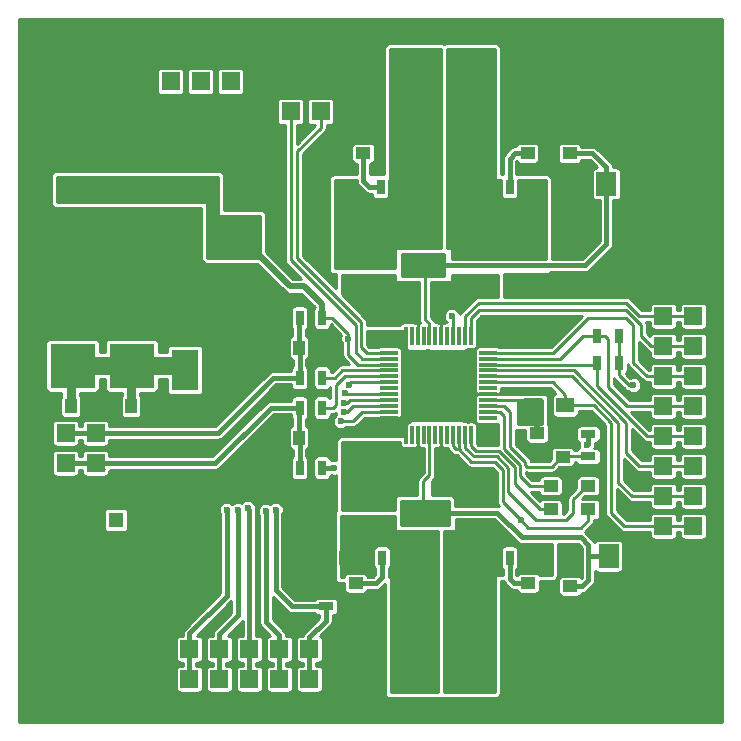
<source format=gbr>
G04 #@! TF.FileFunction,Copper,L2,Bot,Signal*
%FSLAX46Y46*%
G04 Gerber Fmt 4.6, Leading zero omitted, Abs format (unit mm)*
G04 Created by KiCad (PCBNEW 0.201603091917+6614~43~ubuntu15.10.1-product) date Po 14. březen 2016, 13:03:25 CET*
%MOMM*%
G01*
G04 APERTURE LIST*
%ADD10C,0.150000*%
%ADD11R,2.200000X1.500000*%
%ADD12R,0.800000X0.800000*%
%ADD13R,1.100000X2.000000*%
%ADD14R,1.250000X1.000000*%
%ADD15R,1.000000X1.250000*%
%ADD16R,1.300000X1.300000*%
%ADD17C,1.300000*%
%ADD18R,1.800860X3.500120*%
%ADD19R,1.524000X1.524000*%
%ADD20R,3.810000X3.810000*%
%ADD21C,6.000000*%
%ADD22R,1.300000X0.700000*%
%ADD23R,1.700000X2.000000*%
%ADD24R,0.700000X1.300000*%
%ADD25R,1.500000X1.300000*%
%ADD26R,1.500000X0.300000*%
%ADD27R,0.300000X1.500000*%
%ADD28R,1.750000X1.750000*%
%ADD29C,0.600000*%
%ADD30R,2.301240X3.500120*%
%ADD31C,0.250000*%
%ADD32C,0.500000*%
%ADD33C,1.000000*%
%ADD34C,0.400000*%
%ADD35C,1.500000*%
%ADD36C,0.800000*%
%ADD37C,0.254000*%
G04 APERTURE END LIST*
D10*
D11*
X125730000Y-128610000D03*
X125730000Y-133010000D03*
D12*
X130175000Y-129545000D03*
D13*
X130175000Y-131445000D03*
D14*
X109664500Y-103806500D03*
X109664500Y-101806500D03*
X112395000Y-103854000D03*
X112395000Y-101854000D03*
D15*
X101584000Y-122428000D03*
X99584000Y-122428000D03*
D14*
X106997500Y-103870000D03*
X106997500Y-101870000D03*
D15*
X106696000Y-122428000D03*
X108696000Y-122428000D03*
D14*
X141082410Y-124730000D03*
X141082410Y-126730000D03*
D16*
X105410000Y-132080000D03*
D17*
X105410000Y-137080000D03*
D15*
X120920000Y-125095000D03*
X122920000Y-125095000D03*
X120920000Y-117475000D03*
X122920000Y-117475000D03*
D14*
X142240000Y-129175000D03*
X142240000Y-131175000D03*
X145415000Y-129175000D03*
X145415000Y-131175000D03*
X143256000Y-126730000D03*
X143256000Y-124730000D03*
X143891000Y-137684000D03*
X143891000Y-139684000D03*
X143827500Y-101028500D03*
X143827500Y-99028500D03*
D15*
X122825000Y-135255000D03*
X124825000Y-135255000D03*
X141875000Y-135255000D03*
X143875000Y-135255000D03*
X122825000Y-103886000D03*
X124825000Y-103886000D03*
X143049500Y-104076500D03*
X141049500Y-104076500D03*
D14*
X140335000Y-137430000D03*
X140335000Y-139430000D03*
X126365000Y-99012500D03*
X126365000Y-101012500D03*
X125730000Y-139430000D03*
X125730000Y-137430000D03*
X140271500Y-99012500D03*
X140271500Y-101012500D03*
D18*
X116141500Y-107972860D03*
X116141500Y-102974140D03*
D12*
X132715000Y-129545000D03*
D13*
X132715000Y-131445000D03*
D12*
X132715000Y-112414000D03*
D13*
X132715000Y-110514000D03*
D12*
X130175000Y-112414000D03*
D13*
X130175000Y-110514000D03*
D19*
X101282500Y-101790500D03*
X103822500Y-101790500D03*
X101282500Y-104330500D03*
X103822500Y-104330500D03*
X101282500Y-106870500D03*
X103822500Y-106870500D03*
X103695500Y-127250790D03*
X101155500Y-127250790D03*
X103695500Y-124714000D03*
X101155500Y-124714000D03*
X121793000Y-143002000D03*
X121793000Y-145542000D03*
D20*
X101743500Y-118999000D03*
X106743500Y-118999000D03*
X101743500Y-113919000D03*
X106743500Y-113919000D03*
D19*
X119253000Y-145542000D03*
X119253000Y-143002000D03*
X116713000Y-143002000D03*
X116713000Y-145542000D03*
X114173000Y-143002000D03*
X114173000Y-145542000D03*
X111633000Y-143002000D03*
X111633000Y-145542000D03*
X154305000Y-114808000D03*
X151765000Y-114808000D03*
X154305000Y-117348000D03*
X151765000Y-117348000D03*
X151765000Y-119888000D03*
X154305000Y-119888000D03*
X154305000Y-124968000D03*
X151765000Y-124968000D03*
X154305000Y-122428000D03*
X151765000Y-122428000D03*
D20*
X130556000Y-144780000D03*
X130556000Y-139780000D03*
X135572500Y-144780000D03*
X135572500Y-139780000D03*
D19*
X115125500Y-94932500D03*
X112585500Y-94932500D03*
X110045500Y-94932500D03*
X120205500Y-97472500D03*
X120205500Y-94932500D03*
X154305000Y-130048000D03*
X151765000Y-130048000D03*
X154305000Y-127508000D03*
X151765000Y-127508000D03*
X122745500Y-97472500D03*
X122745500Y-94932500D03*
X154305000Y-132588000D03*
X151765000Y-132588000D03*
D20*
X130556000Y-94060000D03*
X130556000Y-99060000D03*
X135572500Y-94060000D03*
X135572500Y-99060000D03*
D11*
X136525000Y-128610000D03*
X136525000Y-133010000D03*
X125730000Y-112182000D03*
X125730000Y-107782000D03*
X136525000Y-112182000D03*
X136525000Y-107782000D03*
D21*
X101600000Y-144780000D03*
X152400000Y-93980000D03*
X152400000Y-144780000D03*
X101600000Y-93980000D03*
D22*
X123190000Y-139380000D03*
X123190000Y-137480000D03*
D23*
X147129500Y-139128000D03*
X147129500Y-135128000D03*
D24*
X122870000Y-127635000D03*
X120970000Y-127635000D03*
X122870000Y-114935000D03*
X120970000Y-114935000D03*
X122870000Y-122555000D03*
X120970000Y-122555000D03*
X122870000Y-120015000D03*
X120970000Y-120015000D03*
D22*
X145415000Y-124780000D03*
X145415000Y-126680000D03*
D25*
X140763000Y-122364500D03*
X143463000Y-122364500D03*
D24*
X148016000Y-118745000D03*
X146116000Y-118745000D03*
D23*
X146939000Y-99600000D03*
X146939000Y-103600000D03*
D24*
X148016000Y-116459000D03*
X146116000Y-116459000D03*
X136845000Y-135255000D03*
X138745000Y-135255000D03*
X127828000Y-103886000D03*
X129728000Y-103886000D03*
X127955000Y-135255000D03*
X129855000Y-135255000D03*
X138745000Y-103886000D03*
X136845000Y-103886000D03*
D15*
X132350000Y-135255000D03*
X134350000Y-135255000D03*
X132350000Y-103886000D03*
X134350000Y-103886000D03*
D26*
X128515000Y-123400000D03*
X128515000Y-122900000D03*
X128515000Y-122400000D03*
X128515000Y-121900000D03*
X128515000Y-121400000D03*
X128515000Y-120900000D03*
X128515000Y-120400000D03*
X128515000Y-119900000D03*
X128515000Y-119400000D03*
X128515000Y-118900000D03*
X128515000Y-118400000D03*
X128515000Y-117900000D03*
D27*
X129965000Y-116450000D03*
X130465000Y-116450000D03*
X130965000Y-116450000D03*
X131465000Y-116450000D03*
X131965000Y-116450000D03*
X132465000Y-116450000D03*
X132965000Y-116450000D03*
X133465000Y-116450000D03*
X133965000Y-116450000D03*
X134465000Y-116450000D03*
X134965000Y-116450000D03*
X135465000Y-116450000D03*
D26*
X136915000Y-117900000D03*
X136915000Y-118400000D03*
X136915000Y-118900000D03*
X136915000Y-119400000D03*
X136915000Y-119900000D03*
X136915000Y-120400000D03*
X136915000Y-120900000D03*
X136915000Y-121400000D03*
X136915000Y-121900000D03*
X136915000Y-122400000D03*
X136915000Y-122900000D03*
X136915000Y-123400000D03*
D27*
X135465000Y-124850000D03*
X134965000Y-124850000D03*
X134465000Y-124850000D03*
X133965000Y-124850000D03*
X133465000Y-124850000D03*
X132965000Y-124850000D03*
X132465000Y-124850000D03*
X131965000Y-124850000D03*
X131465000Y-124850000D03*
X130965000Y-124850000D03*
X130465000Y-124850000D03*
X129965000Y-124850000D03*
D28*
X133590000Y-119775000D03*
X133590000Y-121525000D03*
X131840000Y-119775000D03*
X131840000Y-121525000D03*
D29*
X131315000Y-122050000D03*
X132215000Y-122050000D03*
X133215000Y-122050000D03*
X134115000Y-122050000D03*
X131315000Y-121150000D03*
X132215000Y-121150000D03*
X133215000Y-121150000D03*
X134115000Y-121150000D03*
X131315000Y-120150000D03*
X132215000Y-120150000D03*
X133215000Y-120150000D03*
X134115000Y-120150000D03*
X131315000Y-119250000D03*
X132215000Y-119250000D03*
X133215000Y-119250000D03*
X134115000Y-119250000D03*
D30*
X111252000Y-119380000D03*
X111252000Y-113979960D03*
D29*
X123888500Y-127635000D03*
X125095000Y-116713000D03*
X149225000Y-120650000D03*
X124206000Y-118364000D03*
X124013037Y-125123498D03*
X127000000Y-116459000D03*
X127444500Y-124650500D03*
X133858000Y-114808000D03*
X139700000Y-132080000D03*
X140716000Y-123698000D03*
X124460000Y-123698000D03*
X118935500Y-131191000D03*
X118110000Y-131318000D03*
X124714000Y-122936010D03*
X116586000Y-131064000D03*
X124714000Y-122135987D03*
X124794265Y-121340011D03*
X115760500Y-131191000D03*
X125113745Y-120606560D03*
X114808000Y-131191000D03*
X145288016Y-125730000D03*
D31*
X148016000Y-118745000D02*
X148016000Y-119822000D01*
X148016000Y-119822000D02*
X148844000Y-120650000D01*
X148844000Y-120650000D02*
X149225000Y-120650000D01*
D32*
X122870000Y-114935000D02*
X122870000Y-113785000D01*
X122870000Y-113785000D02*
X121353000Y-112268000D01*
X121353000Y-112268000D02*
X120142000Y-112268000D01*
X120142000Y-112268000D02*
X116141500Y-108267500D01*
D31*
X122870000Y-114935000D02*
X122870000Y-114874000D01*
X122936000Y-114808000D02*
X122682000Y-114808000D01*
X122870000Y-114874000D02*
X122936000Y-114808000D01*
X116141500Y-108267500D02*
X116141500Y-107972860D01*
X125095000Y-116713000D02*
X125095000Y-116288736D01*
X125095000Y-116288736D02*
X123741264Y-114935000D01*
X123741264Y-114935000D02*
X123470000Y-114935000D01*
X123470000Y-114935000D02*
X122870000Y-114935000D01*
D33*
X101282500Y-104330500D02*
X103822500Y-104330500D01*
D34*
X123888500Y-127635000D02*
X122870000Y-127635000D01*
D31*
X125095000Y-118110000D02*
X125095000Y-116713000D01*
X148016000Y-116459000D02*
X148016000Y-118745000D01*
X128515000Y-118900000D02*
X125885000Y-118900000D01*
X125885000Y-118900000D02*
X125095000Y-118110000D01*
D34*
X124206000Y-117939736D02*
X124206000Y-118364000D01*
X124206000Y-117861000D02*
X124206000Y-117939736D01*
X123820000Y-117475000D02*
X124206000Y-117861000D01*
X122920000Y-117475000D02*
X123820000Y-117475000D01*
X122920000Y-125095000D02*
X123984539Y-125095000D01*
X123984539Y-125095000D02*
X124013037Y-125123498D01*
X127444500Y-124650500D02*
X127744499Y-124350501D01*
X127744499Y-124350501D02*
X128361499Y-124350501D01*
X128361499Y-124350501D02*
X128515000Y-124197000D01*
D31*
X129965000Y-116450000D02*
X127009000Y-116450000D01*
X127009000Y-116450000D02*
X127000000Y-116459000D01*
X128515000Y-124197000D02*
X128406000Y-124197000D01*
X142240000Y-124730000D02*
X142240000Y-121856498D01*
X141758503Y-121375001D02*
X137939999Y-121375001D01*
X142240000Y-121856498D02*
X141758503Y-121375001D01*
X137939999Y-121375001D02*
X137915000Y-121400000D01*
X137915000Y-121400000D02*
X136915000Y-121400000D01*
D33*
X101282500Y-106870500D02*
X103822500Y-106870500D01*
X103822500Y-101790500D02*
X101282500Y-101790500D01*
X110680500Y-113919000D02*
X113093500Y-113919000D01*
X113093500Y-113919000D02*
X113093500Y-115205000D01*
X106743500Y-113919000D02*
X110680500Y-113919000D01*
X110680500Y-113919000D02*
X110680500Y-115205000D01*
X101743500Y-113919000D02*
X106743500Y-113919000D01*
D31*
X129965000Y-116450000D02*
X129965000Y-117900000D01*
X129965000Y-117900000D02*
X131840000Y-119775000D01*
X136915000Y-121400000D02*
X133715000Y-121400000D01*
X133715000Y-121400000D02*
X133590000Y-121525000D01*
X128515000Y-123400000D02*
X129965000Y-123400000D01*
X129965000Y-123400000D02*
X131840000Y-121525000D01*
X131840000Y-121525000D02*
X133590000Y-121525000D01*
X133590000Y-121525000D02*
X133590000Y-119775000D01*
X133590000Y-119775000D02*
X131840000Y-119775000D01*
X131840000Y-119775000D02*
X131840000Y-121525000D01*
X129965000Y-124850000D02*
X129168000Y-124850000D01*
X128515000Y-124197000D02*
X128515000Y-123400000D01*
X129168000Y-124850000D02*
X128515000Y-124197000D01*
X128413000Y-123502000D02*
X128515000Y-123400000D01*
X133965000Y-124850000D02*
X133965000Y-125837000D01*
X133965000Y-125837000D02*
X134213822Y-126085822D01*
X134213822Y-126085822D02*
X134465000Y-126085822D01*
X139700000Y-132080000D02*
X138176000Y-130556000D01*
X135517200Y-127138022D02*
X134465000Y-126085822D01*
X134465000Y-126085822D02*
X134465000Y-125850000D01*
X137488024Y-127138022D02*
X135517200Y-127138022D01*
X138176000Y-130556000D02*
X138176000Y-127825998D01*
X138176000Y-127825998D02*
X137488024Y-127138022D01*
X134465000Y-125850000D02*
X134465000Y-124850000D01*
D35*
X106743500Y-118999000D02*
X101743500Y-118999000D01*
X106743500Y-118999000D02*
X110871000Y-118999000D01*
X110871000Y-118999000D02*
X111252000Y-119380000D01*
D36*
X106696000Y-122428000D02*
X106696000Y-119046500D01*
X106696000Y-119046500D02*
X106743500Y-118999000D01*
X101584000Y-122428000D02*
X101584000Y-119158500D01*
X101584000Y-119158500D02*
X101743500Y-118999000D01*
D31*
X133965000Y-114915000D02*
X133858000Y-114808000D01*
X133965000Y-116450000D02*
X133965000Y-114915000D01*
X144272000Y-132715000D02*
X140335000Y-132715000D01*
X144780000Y-132715000D02*
X144272000Y-132715000D01*
X145415000Y-131175000D02*
X145415000Y-132080000D01*
X145415000Y-132080000D02*
X144780000Y-132715000D01*
X140335000Y-132715000D02*
X139700000Y-132080000D01*
D34*
X141082410Y-124730000D02*
X141082410Y-124064410D01*
X141082410Y-124064410D02*
X140716000Y-123698000D01*
D33*
X109998000Y-94980000D02*
X110045500Y-94932500D01*
D31*
X139763000Y-122364500D02*
X139763000Y-123634000D01*
X139763000Y-123634000D02*
X139827000Y-123698000D01*
X140763000Y-122364500D02*
X139763000Y-122364500D01*
X139763000Y-122364500D02*
X139298500Y-121900000D01*
X139298500Y-121900000D02*
X137915000Y-121900000D01*
X137915000Y-121900000D02*
X136915000Y-121900000D01*
D34*
X120970000Y-122555000D02*
X118528542Y-122555000D01*
X118528542Y-122555000D02*
X113832752Y-127250790D01*
X113832752Y-127250790D02*
X103695500Y-127250790D01*
X101155500Y-127250790D02*
X103695500Y-127250790D01*
X120920000Y-125095000D02*
X120920000Y-122605000D01*
X120920000Y-122605000D02*
X120970000Y-122555000D01*
X120970000Y-127635000D02*
X120970000Y-125145000D01*
X120970000Y-125145000D02*
X120920000Y-125095000D01*
D31*
X104346500Y-127812000D02*
X104396500Y-127762000D01*
X104396500Y-127762000D02*
X103695500Y-127250790D01*
D34*
X103695500Y-124714000D02*
X114046000Y-124714000D01*
X114046000Y-124714000D02*
X118745000Y-120015000D01*
X118745000Y-120015000D02*
X120970000Y-120015000D01*
X101155500Y-124714000D02*
X103695500Y-124714000D01*
X120920000Y-117475000D02*
X120920000Y-114985000D01*
X120920000Y-114985000D02*
X120970000Y-114935000D01*
X120970000Y-120015000D02*
X120970000Y-117525000D01*
X120970000Y-117525000D02*
X120920000Y-117475000D01*
D31*
X138303000Y-123288000D02*
X137915000Y-122900000D01*
X137915000Y-122900000D02*
X136915000Y-122900000D01*
X139642011Y-127382776D02*
X138303000Y-126043765D01*
X142240000Y-129175000D02*
X140476590Y-129175000D01*
X138303000Y-126043765D02*
X138303000Y-123288000D01*
X140476590Y-129175000D02*
X139642011Y-128340421D01*
X139642011Y-128340421D02*
X139642011Y-127382776D01*
X139192000Y-129002000D02*
X139192000Y-127569176D01*
X142240000Y-131175000D02*
X141365000Y-131175000D01*
X141365000Y-131175000D02*
X139192000Y-129002000D01*
X135465000Y-125813000D02*
X135465000Y-124850000D01*
X139192000Y-127569176D02*
X137860824Y-126238000D01*
X135890000Y-126238000D02*
X135465000Y-125813000D01*
X137860824Y-126238000D02*
X135890000Y-126238000D01*
X134965000Y-125949411D02*
X134965000Y-125857000D01*
X138626011Y-127639598D02*
X137674424Y-126688011D01*
X140970000Y-132080000D02*
X138626011Y-129736011D01*
X138626011Y-129736011D02*
X138626011Y-127639598D01*
X143510000Y-132080000D02*
X140970000Y-132080000D01*
X144145000Y-131445000D02*
X143510000Y-132080000D01*
X135703600Y-126688011D02*
X134965000Y-125949411D01*
X144145000Y-130320000D02*
X144145000Y-131445000D01*
X145290000Y-129175000D02*
X144145000Y-130320000D01*
X145415000Y-129175000D02*
X145290000Y-129175000D01*
X137674424Y-126688011D02*
X135703600Y-126688011D01*
X134965000Y-124850000D02*
X134965000Y-125857000D01*
X134965000Y-125857000D02*
X134965000Y-125948000D01*
X143131000Y-126730000D02*
X143256000Y-126730000D01*
X140255001Y-127555001D02*
X142305999Y-127555001D01*
X138811000Y-122936000D02*
X138811000Y-125915354D01*
X140092022Y-127392022D02*
X140255001Y-127555001D01*
X140092022Y-127196376D02*
X140092022Y-127392022D01*
X138275000Y-122400000D02*
X138811000Y-122936000D01*
X138811000Y-125915354D02*
X140092022Y-127196376D01*
X136915000Y-122400000D02*
X138275000Y-122400000D01*
X142305999Y-127555001D02*
X143131000Y-126730000D01*
X145415000Y-126680000D02*
X143306000Y-126680000D01*
X143306000Y-126680000D02*
X143256000Y-126730000D01*
X145365000Y-126680000D02*
X145415000Y-126730000D01*
D34*
X145415000Y-137185000D02*
X145415000Y-135128000D01*
X145415000Y-135128000D02*
X145415000Y-134175500D01*
X147129500Y-135128000D02*
X145879500Y-135128000D01*
X145879500Y-135128000D02*
X145415000Y-135128000D01*
X139763500Y-133540500D02*
X137668000Y-131445000D01*
X137668000Y-131445000D02*
X132715000Y-131445000D01*
X144780000Y-133540500D02*
X139763500Y-133540500D01*
X145415000Y-134175500D02*
X144780000Y-133540500D01*
X143891000Y-137684000D02*
X144916000Y-137684000D01*
X144916000Y-137684000D02*
X145415000Y-137185000D01*
X130175000Y-131445000D02*
X131445000Y-131445000D01*
X131445000Y-131445000D02*
X132715000Y-131445000D01*
D31*
X131445000Y-129725000D02*
X131445000Y-131445000D01*
X131445000Y-128778000D02*
X131445000Y-129725000D01*
X131965000Y-128258000D02*
X131445000Y-128778000D01*
X131965000Y-127635000D02*
X131965000Y-128258000D01*
X131965000Y-124850000D02*
X131965000Y-127635000D01*
X131965000Y-127635000D02*
X131965000Y-127750000D01*
D34*
X146939000Y-103600000D02*
X146939000Y-102200000D01*
X145767500Y-101028500D02*
X144852500Y-101028500D01*
X146939000Y-102200000D02*
X145767500Y-101028500D01*
X144852500Y-101028500D02*
X143827500Y-101028500D01*
X132715000Y-110514000D02*
X145137000Y-110514000D01*
X145137000Y-110514000D02*
X146939000Y-108712000D01*
X146939000Y-108712000D02*
X146939000Y-103600000D01*
X130175000Y-110514000D02*
X131572000Y-110514000D01*
X131572000Y-110514000D02*
X132715000Y-110514000D01*
D31*
X131572000Y-111252000D02*
X131572000Y-110514000D01*
X131572000Y-115057000D02*
X131572000Y-111252000D01*
X131965000Y-116450000D02*
X131965000Y-115450000D01*
X131965000Y-115450000D02*
X131572000Y-115057000D01*
D34*
X138745000Y-137030500D02*
X139144500Y-137430000D01*
X139144500Y-137430000D02*
X140335000Y-137430000D01*
X138745000Y-135255000D02*
X138745000Y-137030500D01*
X127828000Y-103886000D02*
X126873000Y-103886000D01*
X126873000Y-103886000D02*
X126365000Y-103378000D01*
X126365000Y-103378000D02*
X126365000Y-101012500D01*
D31*
X132965000Y-124850000D02*
X132965000Y-128575000D01*
X132965000Y-128575000D02*
X133000000Y-128610000D01*
X132715000Y-129545000D02*
X132715000Y-128895000D01*
X132715000Y-128895000D02*
X133000000Y-128610000D01*
X133000000Y-128610000D02*
X135175000Y-128610000D01*
X135175000Y-128610000D02*
X136525000Y-128610000D01*
X130965000Y-124850000D02*
X130965000Y-127535000D01*
X130965000Y-127535000D02*
X129890000Y-128610000D01*
X125730000Y-128610000D02*
X129890000Y-128610000D01*
X129890000Y-128610000D02*
X130175000Y-128895000D01*
X130175000Y-128895000D02*
X130175000Y-129545000D01*
X132715000Y-112414000D02*
X136293000Y-112414000D01*
X136293000Y-112414000D02*
X136525000Y-112182000D01*
X132965000Y-116450000D02*
X132965000Y-112664000D01*
X132965000Y-112664000D02*
X132715000Y-112414000D01*
X130175000Y-112414000D02*
X125962000Y-112414000D01*
X125962000Y-112414000D02*
X125730000Y-112182000D01*
X130965000Y-114201000D02*
X130175000Y-113411000D01*
X130175000Y-113411000D02*
X130175000Y-112414000D01*
X130965000Y-116450000D02*
X130965000Y-114201000D01*
X124884264Y-123698000D02*
X124460000Y-123698000D01*
X125476000Y-123698000D02*
X124884264Y-123698000D01*
X126274000Y-122900000D02*
X125476000Y-123698000D01*
X128515000Y-122900000D02*
X126274000Y-122900000D01*
D34*
X123190000Y-139380000D02*
X120330000Y-139380000D01*
X120330000Y-139380000D02*
X118935500Y-137985500D01*
X118935500Y-137985500D02*
X118935500Y-131191000D01*
X123190000Y-139380000D02*
X122890000Y-139380000D01*
X122890000Y-139380000D02*
X122887500Y-139382500D01*
X121793000Y-141986000D02*
X123190000Y-140589000D01*
X123190000Y-140589000D02*
X123190000Y-139380000D01*
X121793000Y-141986000D02*
X121793000Y-143002000D01*
X121793000Y-145542000D02*
X121793000Y-143002000D01*
X118110000Y-140697000D02*
X118110000Y-131318000D01*
X119253000Y-143002000D02*
X119253000Y-141840000D01*
X119253000Y-141840000D02*
X118110000Y-140697000D01*
D31*
X124967980Y-122936010D02*
X124714000Y-122936010D01*
X128515000Y-122400000D02*
X125503990Y-122400000D01*
X125503990Y-122400000D02*
X124967980Y-122936010D01*
D34*
X119253000Y-143002000D02*
X119253000Y-142367000D01*
X119253000Y-145542000D02*
X119253000Y-143002000D01*
X116713000Y-131191000D02*
X116586000Y-131064000D01*
X116713000Y-143002000D02*
X116713000Y-131191000D01*
D31*
X125006003Y-122135987D02*
X124714000Y-122135987D01*
X125241990Y-121900000D02*
X125006003Y-122135987D01*
X128515000Y-121900000D02*
X125241990Y-121900000D01*
D34*
X116713000Y-145542000D02*
X116713000Y-143002000D01*
D31*
X128515000Y-121400000D02*
X124854254Y-121400000D01*
X124854254Y-121400000D02*
X124794265Y-121340011D01*
D34*
X115760500Y-131191000D02*
X115760500Y-140144500D01*
X115760500Y-140144500D02*
X114173000Y-141732000D01*
X114173000Y-141732000D02*
X114173000Y-143002000D01*
X114173000Y-143002000D02*
X114173000Y-142240000D01*
X114173000Y-145542000D02*
X114173000Y-143002000D01*
D31*
X125320305Y-120400000D02*
X125113745Y-120606560D01*
X128515000Y-120400000D02*
X125320305Y-120400000D01*
D34*
X111633000Y-141668500D02*
X114808000Y-138493500D01*
X114808000Y-138493500D02*
X114808000Y-131191000D01*
X111633000Y-142113000D02*
X111633000Y-141668500D01*
X111633000Y-143002000D02*
X111633000Y-142113000D01*
X111633000Y-145542000D02*
X111633000Y-143002000D01*
D31*
X151765000Y-114808000D02*
X154305000Y-114808000D01*
X134965000Y-115134002D02*
X134965000Y-115450000D01*
X134991001Y-115108001D02*
X134965000Y-115134002D01*
X134965000Y-115450000D02*
X134965000Y-116450000D01*
X134991001Y-114816589D02*
X134991001Y-115108001D01*
X136142590Y-113665000D02*
X134991001Y-114816589D01*
X149735820Y-114808000D02*
X148592820Y-113665000D01*
X151765000Y-114808000D02*
X149735820Y-114808000D01*
X148592820Y-113665000D02*
X136142590Y-113665000D01*
X151765000Y-117348000D02*
X154305000Y-117348000D01*
X151765000Y-117348000D02*
X150753000Y-117348000D01*
X150753000Y-117348000D02*
X149860000Y-116455000D01*
X149860000Y-116455000D02*
X149860000Y-115570000D01*
X149860000Y-115570000D02*
X149675010Y-115385010D01*
X149675010Y-115385010D02*
X149675009Y-115383599D01*
X149675009Y-115383599D02*
X148591410Y-114300000D01*
X148591410Y-114300000D02*
X136144000Y-114300000D01*
X135465000Y-114979000D02*
X135465000Y-116450000D01*
X136144000Y-114300000D02*
X135465000Y-114979000D01*
X151765000Y-119888000D02*
X154305000Y-119888000D01*
X151765000Y-119888000D02*
X150368000Y-119888000D01*
X150368000Y-119888000D02*
X149225000Y-118745000D01*
X149225000Y-115570000D02*
X148590000Y-114935000D01*
X145415000Y-114935000D02*
X142450000Y-117900000D01*
X149225000Y-118745000D02*
X149225000Y-115570000D01*
X148590000Y-114935000D02*
X145415000Y-114935000D01*
X142450000Y-117900000D02*
X136915000Y-117900000D01*
X151765000Y-124968000D02*
X154305000Y-124968000D01*
X146116000Y-118745000D02*
X146116000Y-120015000D01*
X150368000Y-124968000D02*
X149040010Y-123640010D01*
X146116000Y-120015000D02*
X146116000Y-120081000D01*
X151765000Y-124968000D02*
X150368000Y-124968000D01*
X149040010Y-123640010D02*
X149040009Y-123635779D01*
X149040009Y-123635779D02*
X146116000Y-120711770D01*
X146116000Y-120711770D02*
X146116000Y-120015000D01*
X136915000Y-118900000D02*
X145961000Y-118900000D01*
X145961000Y-118900000D02*
X146116000Y-118745000D01*
X151765000Y-122428000D02*
X154305000Y-122428000D01*
X136915000Y-118400000D02*
X143002000Y-118400000D01*
X146116000Y-116459000D02*
X144943000Y-116459000D01*
X144943000Y-116459000D02*
X143002000Y-118400000D01*
X151765000Y-122428000D02*
X148717000Y-122428000D01*
X148717000Y-122428000D02*
X147066000Y-120777000D01*
X147066000Y-120777000D02*
X147066000Y-116713000D01*
X147066000Y-116713000D02*
X146812000Y-116459000D01*
X146812000Y-116459000D02*
X146116000Y-116459000D01*
D34*
X145415000Y-124780000D02*
X145415000Y-125603016D01*
X145415000Y-125603016D02*
X145288016Y-125730000D01*
D31*
X120205500Y-109664500D02*
X120205500Y-109474000D01*
X120205500Y-109474000D02*
X120205500Y-97472500D01*
X120205500Y-110045500D02*
X120205500Y-109474000D01*
X125730000Y-117856000D02*
X125730000Y-115570000D01*
X127381000Y-118400000D02*
X126274000Y-118400000D01*
X126274000Y-118400000D02*
X125730000Y-117856000D01*
X125730000Y-115570000D02*
X120205500Y-110045500D01*
X128515000Y-118400000D02*
X127381000Y-118400000D01*
X127381000Y-118400000D02*
X127290000Y-118400000D01*
X151765000Y-130048000D02*
X154305000Y-130048000D01*
X151765000Y-130048000D02*
X149098000Y-130048000D01*
X149098000Y-130048000D02*
X147955000Y-128905000D01*
X147955000Y-128905000D02*
X147955000Y-123823590D01*
X147955000Y-123823590D02*
X144031410Y-119900000D01*
X144031410Y-119900000D02*
X137915000Y-119900000D01*
X137915000Y-119900000D02*
X136915000Y-119900000D01*
X151765000Y-127508000D02*
X154305000Y-127508000D01*
X148590000Y-126365000D02*
X148590000Y-123822180D01*
X148590000Y-123822180D02*
X144167820Y-119400000D01*
X144167820Y-119400000D02*
X137915000Y-119400000D01*
X137915000Y-119400000D02*
X136915000Y-119400000D01*
X149733000Y-127508000D02*
X148590000Y-126365000D01*
X151765000Y-127508000D02*
X149733000Y-127508000D01*
X122745500Y-97472500D02*
X122745500Y-98869500D01*
X122745500Y-98869500D02*
X120777000Y-100838000D01*
X120777000Y-100838000D02*
X120777000Y-109912991D01*
X120777000Y-109912991D02*
X126180009Y-115316000D01*
X126180009Y-115316000D02*
X126180010Y-117417010D01*
X126180010Y-117417010D02*
X126663000Y-117900000D01*
X126663000Y-117900000D02*
X128515000Y-117900000D01*
X151765000Y-132588000D02*
X154305000Y-132588000D01*
X151765000Y-132588000D02*
X148463000Y-132588000D01*
X148463000Y-132588000D02*
X147320000Y-131445000D01*
X147320000Y-131445000D02*
X147320000Y-123825000D01*
X147320000Y-123825000D02*
X145859500Y-122364500D01*
X145859500Y-122364500D02*
X143463000Y-122364500D01*
X143463000Y-122364500D02*
X143463000Y-121464500D01*
X143463000Y-121464500D02*
X142398500Y-120400000D01*
X142398500Y-120400000D02*
X137915000Y-120400000D01*
X137915000Y-120400000D02*
X136915000Y-120400000D01*
X128515000Y-119900000D02*
X124829000Y-119900000D01*
X123825000Y-122555000D02*
X122870000Y-122555000D01*
X124079000Y-122301000D02*
X123825000Y-122555000D01*
X124079000Y-120650000D02*
X124079000Y-122301000D01*
X124829000Y-119900000D02*
X124079000Y-120650000D01*
X128515000Y-119400000D02*
X124567000Y-119400000D01*
X123952000Y-120015000D02*
X122870000Y-120015000D01*
X124567000Y-119400000D02*
X123952000Y-120015000D01*
D34*
X127952500Y-136906000D02*
X127428500Y-137430000D01*
X127428500Y-137430000D02*
X125730000Y-137430000D01*
X127952500Y-135557500D02*
X127952500Y-136906000D01*
X127955000Y-135255000D02*
X127955000Y-135555000D01*
X127955000Y-135555000D02*
X127952500Y-135557500D01*
X138745000Y-103886000D02*
X138745000Y-101475500D01*
X138745000Y-101475500D02*
X139208000Y-101012500D01*
X139208000Y-101012500D02*
X140271500Y-101012500D01*
D37*
G36*
X133043199Y-125871801D02*
X133167902Y-125955125D01*
X133315000Y-125984385D01*
X133492316Y-125984385D01*
X133501212Y-126029107D01*
X133610032Y-126191968D01*
X133858852Y-126440787D01*
X133858854Y-126440790D01*
X134021715Y-126549610D01*
X134213822Y-126587822D01*
X134257064Y-126587822D01*
X135162230Y-127492987D01*
X135162232Y-127492990D01*
X135325093Y-127601810D01*
X135517200Y-127640023D01*
X135517205Y-127640022D01*
X137280088Y-127640022D01*
X137674000Y-128033934D01*
X137674000Y-130555995D01*
X137673999Y-130556000D01*
X137712212Y-130748107D01*
X137811378Y-130896520D01*
X137668000Y-130867999D01*
X137667995Y-130868000D01*
X134108000Y-130868000D01*
X134108000Y-130302000D01*
X134079303Y-130157728D01*
X133997579Y-130035421D01*
X133875272Y-129953697D01*
X133731000Y-129925000D01*
X132143500Y-129925000D01*
X132143500Y-128789436D01*
X132319968Y-128612968D01*
X132428788Y-128450108D01*
X132467001Y-128258000D01*
X132467000Y-128257995D01*
X132467000Y-125984385D01*
X132615000Y-125984385D01*
X132762098Y-125955125D01*
X132886801Y-125871801D01*
X132965000Y-125754768D01*
X133043199Y-125871801D01*
X133043199Y-125871801D01*
G37*
X133043199Y-125871801D02*
X133167902Y-125955125D01*
X133315000Y-125984385D01*
X133492316Y-125984385D01*
X133501212Y-126029107D01*
X133610032Y-126191968D01*
X133858852Y-126440787D01*
X133858854Y-126440790D01*
X134021715Y-126549610D01*
X134213822Y-126587822D01*
X134257064Y-126587822D01*
X135162230Y-127492987D01*
X135162232Y-127492990D01*
X135325093Y-127601810D01*
X135517200Y-127640023D01*
X135517205Y-127640022D01*
X137280088Y-127640022D01*
X137674000Y-128033934D01*
X137674000Y-130555995D01*
X137673999Y-130556000D01*
X137712212Y-130748107D01*
X137811378Y-130896520D01*
X137668000Y-130867999D01*
X137667995Y-130868000D01*
X134108000Y-130868000D01*
X134108000Y-130302000D01*
X134079303Y-130157728D01*
X133997579Y-130035421D01*
X133875272Y-129953697D01*
X133731000Y-129925000D01*
X132143500Y-129925000D01*
X132143500Y-128789436D01*
X132319968Y-128612968D01*
X132428788Y-128450108D01*
X132467001Y-128258000D01*
X132467000Y-128257995D01*
X132467000Y-125984385D01*
X132615000Y-125984385D01*
X132762098Y-125955125D01*
X132886801Y-125871801D01*
X132965000Y-125754768D01*
X133043199Y-125871801D01*
G36*
X129430615Y-125600000D02*
X129459875Y-125747098D01*
X129543199Y-125871801D01*
X129667902Y-125955125D01*
X129815000Y-125984385D01*
X130115000Y-125984385D01*
X130215000Y-125964493D01*
X130315000Y-125984385D01*
X130615000Y-125984385D01*
X130762098Y-125955125D01*
X130886801Y-125871801D01*
X130965000Y-125754768D01*
X131043199Y-125871801D01*
X131167902Y-125955125D01*
X131315000Y-125984385D01*
X131463000Y-125984385D01*
X131463000Y-128050064D01*
X131090032Y-128423032D01*
X130981212Y-128585893D01*
X130942999Y-128778000D01*
X130943000Y-128778005D01*
X130943000Y-129925000D01*
X129413000Y-129925000D01*
X129268728Y-129953697D01*
X129146421Y-130035421D01*
X129064697Y-130157728D01*
X129036000Y-130302000D01*
X129036000Y-131195000D01*
X124587000Y-131195000D01*
X124587000Y-125506609D01*
X124599710Y-125476000D01*
X129430615Y-125476000D01*
X129430615Y-125600000D01*
X129430615Y-125600000D01*
G37*
X129430615Y-125600000D02*
X129459875Y-125747098D01*
X129543199Y-125871801D01*
X129667902Y-125955125D01*
X129815000Y-125984385D01*
X130115000Y-125984385D01*
X130215000Y-125964493D01*
X130315000Y-125984385D01*
X130615000Y-125984385D01*
X130762098Y-125955125D01*
X130886801Y-125871801D01*
X130965000Y-125754768D01*
X131043199Y-125871801D01*
X131167902Y-125955125D01*
X131315000Y-125984385D01*
X131463000Y-125984385D01*
X131463000Y-128050064D01*
X131090032Y-128423032D01*
X130981212Y-128585893D01*
X130942999Y-128778000D01*
X130943000Y-128778005D01*
X130943000Y-129925000D01*
X129413000Y-129925000D01*
X129268728Y-129953697D01*
X129146421Y-130035421D01*
X129064697Y-130157728D01*
X129036000Y-130302000D01*
X129036000Y-131195000D01*
X124587000Y-131195000D01*
X124587000Y-125506609D01*
X124599710Y-125476000D01*
X129430615Y-125476000D01*
X129430615Y-125600000D01*
G36*
X133604000Y-132461000D02*
X129540000Y-132461000D01*
X129540000Y-130429000D01*
X133604000Y-130429000D01*
X133604000Y-132461000D01*
X133604000Y-132461000D01*
G37*
X133604000Y-132461000D02*
X129540000Y-132461000D01*
X129540000Y-130429000D01*
X133604000Y-130429000D01*
X133604000Y-132461000D01*
G36*
X137731500Y-113163000D02*
X136142595Y-113163000D01*
X136142590Y-113162999D01*
X135950483Y-113201212D01*
X135787622Y-113310032D01*
X135787620Y-113310035D01*
X134636033Y-114461621D01*
X134527213Y-114624482D01*
X134523142Y-114644946D01*
X134432267Y-114425011D01*
X134241990Y-114234402D01*
X133993254Y-114131118D01*
X133723927Y-114130883D01*
X133475011Y-114233733D01*
X133284402Y-114424010D01*
X133181118Y-114672746D01*
X133180883Y-114942073D01*
X133283733Y-115190989D01*
X133408142Y-115315615D01*
X133315000Y-115315615D01*
X133167902Y-115344875D01*
X133043199Y-115428199D01*
X132965000Y-115545232D01*
X132886801Y-115428199D01*
X132762098Y-115344875D01*
X132615000Y-115315615D01*
X132440270Y-115315615D01*
X132428788Y-115257893D01*
X132319968Y-115095032D01*
X132080000Y-114855064D01*
X132080000Y-111946500D01*
X133350000Y-111946500D01*
X133494272Y-111917803D01*
X133540371Y-111887000D01*
X133731000Y-111887000D01*
X133779601Y-111877333D01*
X133820803Y-111849803D01*
X133848333Y-111808601D01*
X133858000Y-111760000D01*
X133858000Y-111315500D01*
X137731500Y-111315500D01*
X137731500Y-113163000D01*
X137731500Y-113163000D01*
G37*
X137731500Y-113163000D02*
X136142595Y-113163000D01*
X136142590Y-113162999D01*
X135950483Y-113201212D01*
X135787622Y-113310032D01*
X135787620Y-113310035D01*
X134636033Y-114461621D01*
X134527213Y-114624482D01*
X134523142Y-114644946D01*
X134432267Y-114425011D01*
X134241990Y-114234402D01*
X133993254Y-114131118D01*
X133723927Y-114130883D01*
X133475011Y-114233733D01*
X133284402Y-114424010D01*
X133181118Y-114672746D01*
X133180883Y-114942073D01*
X133283733Y-115190989D01*
X133408142Y-115315615D01*
X133315000Y-115315615D01*
X133167902Y-115344875D01*
X133043199Y-115428199D01*
X132965000Y-115545232D01*
X132886801Y-115428199D01*
X132762098Y-115344875D01*
X132615000Y-115315615D01*
X132440270Y-115315615D01*
X132428788Y-115257893D01*
X132319968Y-115095032D01*
X132080000Y-114855064D01*
X132080000Y-111946500D01*
X133350000Y-111946500D01*
X133494272Y-111917803D01*
X133540371Y-111887000D01*
X133731000Y-111887000D01*
X133779601Y-111877333D01*
X133820803Y-111849803D01*
X133848333Y-111808601D01*
X133858000Y-111760000D01*
X133858000Y-111315500D01*
X137731500Y-111315500D01*
X137731500Y-113163000D01*
G36*
X133223000Y-111442500D02*
X129667000Y-111442500D01*
X129667000Y-109537500D01*
X133223000Y-109537500D01*
X133223000Y-111442500D01*
X133223000Y-111442500D01*
G37*
X133223000Y-111442500D02*
X129667000Y-111442500D01*
X129667000Y-109537500D01*
X133223000Y-109537500D01*
X133223000Y-111442500D01*
G36*
X129032002Y-111759382D02*
X129041432Y-111808029D01*
X129068761Y-111849364D01*
X129109828Y-111877095D01*
X129159000Y-111887000D01*
X129349629Y-111887000D01*
X129395728Y-111917803D01*
X129540000Y-111946500D01*
X131070000Y-111946500D01*
X131070000Y-115056995D01*
X131069999Y-115057000D01*
X131108212Y-115249107D01*
X131171698Y-115344120D01*
X131167902Y-115344875D01*
X131043199Y-115428199D01*
X130965000Y-115545232D01*
X130886801Y-115428199D01*
X130762098Y-115344875D01*
X130615000Y-115315615D01*
X130315000Y-115315615D01*
X130215000Y-115335507D01*
X130115000Y-115315615D01*
X129815000Y-115315615D01*
X129667902Y-115344875D01*
X129543199Y-115428199D01*
X129459875Y-115552902D01*
X129456474Y-115570000D01*
X126682009Y-115570000D01*
X126682009Y-115316005D01*
X126682010Y-115316000D01*
X126643797Y-115123893D01*
X126624513Y-115095032D01*
X126534977Y-114961032D01*
X126534974Y-114961030D01*
X124523500Y-112949556D01*
X124523500Y-111315500D01*
X129034164Y-111315500D01*
X129032002Y-111759382D01*
X129032002Y-111759382D01*
G37*
X129032002Y-111759382D02*
X129041432Y-111808029D01*
X129068761Y-111849364D01*
X129109828Y-111877095D01*
X129159000Y-111887000D01*
X129349629Y-111887000D01*
X129395728Y-111917803D01*
X129540000Y-111946500D01*
X131070000Y-111946500D01*
X131070000Y-115056995D01*
X131069999Y-115057000D01*
X131108212Y-115249107D01*
X131171698Y-115344120D01*
X131167902Y-115344875D01*
X131043199Y-115428199D01*
X130965000Y-115545232D01*
X130886801Y-115428199D01*
X130762098Y-115344875D01*
X130615000Y-115315615D01*
X130315000Y-115315615D01*
X130215000Y-115335507D01*
X130115000Y-115315615D01*
X129815000Y-115315615D01*
X129667902Y-115344875D01*
X129543199Y-115428199D01*
X129459875Y-115552902D01*
X129456474Y-115570000D01*
X126682009Y-115570000D01*
X126682009Y-115316005D01*
X126682010Y-115316000D01*
X126643797Y-115123893D01*
X126624513Y-115095032D01*
X126534977Y-114961032D01*
X126534974Y-114961030D01*
X124523500Y-112949556D01*
X124523500Y-111315500D01*
X129034164Y-111315500D01*
X129032002Y-111759382D01*
G36*
X129032000Y-132842000D02*
X129041667Y-132890601D01*
X129069197Y-132931803D01*
X129110399Y-132959333D01*
X129159000Y-132969000D01*
X132719000Y-132969000D01*
X132719000Y-146621500D01*
X128714500Y-146621500D01*
X128714500Y-137033000D01*
X128704833Y-136984399D01*
X128677303Y-136943197D01*
X128636101Y-136915667D01*
X128587500Y-136906000D01*
X128529501Y-136906000D01*
X128529500Y-136905995D01*
X128529500Y-136208407D01*
X128576801Y-136176801D01*
X128660125Y-136052098D01*
X128689385Y-135905000D01*
X128689385Y-134605000D01*
X128660125Y-134457902D01*
X128576801Y-134333199D01*
X128452098Y-134249875D01*
X128305000Y-134220615D01*
X127605000Y-134220615D01*
X127457902Y-134249875D01*
X127333199Y-134333199D01*
X127249875Y-134457902D01*
X127220615Y-134605000D01*
X127220615Y-135905000D01*
X127249875Y-136052098D01*
X127333199Y-136176801D01*
X127375500Y-136205066D01*
X127375500Y-136666998D01*
X127189498Y-136853000D01*
X126724069Y-136853000D01*
X126710125Y-136782902D01*
X126626801Y-136658199D01*
X126502098Y-136574875D01*
X126355000Y-136545615D01*
X125105000Y-136545615D01*
X124957902Y-136574875D01*
X124833199Y-136658199D01*
X124749875Y-136782902D01*
X124725389Y-136906000D01*
X124460000Y-136906000D01*
X124460000Y-131699000D01*
X129032000Y-131699000D01*
X129032000Y-132842000D01*
X129032000Y-132842000D01*
G37*
X129032000Y-132842000D02*
X129041667Y-132890601D01*
X129069197Y-132931803D01*
X129110399Y-132959333D01*
X129159000Y-132969000D01*
X132719000Y-132969000D01*
X132719000Y-146621500D01*
X128714500Y-146621500D01*
X128714500Y-137033000D01*
X128704833Y-136984399D01*
X128677303Y-136943197D01*
X128636101Y-136915667D01*
X128587500Y-136906000D01*
X128529501Y-136906000D01*
X128529500Y-136905995D01*
X128529500Y-136208407D01*
X128576801Y-136176801D01*
X128660125Y-136052098D01*
X128689385Y-135905000D01*
X128689385Y-134605000D01*
X128660125Y-134457902D01*
X128576801Y-134333199D01*
X128452098Y-134249875D01*
X128305000Y-134220615D01*
X127605000Y-134220615D01*
X127457902Y-134249875D01*
X127333199Y-134333199D01*
X127249875Y-134457902D01*
X127220615Y-134605000D01*
X127220615Y-135905000D01*
X127249875Y-136052098D01*
X127333199Y-136176801D01*
X127375500Y-136205066D01*
X127375500Y-136666998D01*
X127189498Y-136853000D01*
X126724069Y-136853000D01*
X126710125Y-136782902D01*
X126626801Y-136658199D01*
X126502098Y-136574875D01*
X126355000Y-136545615D01*
X125105000Y-136545615D01*
X124957902Y-136574875D01*
X124833199Y-136658199D01*
X124749875Y-136782902D01*
X124725389Y-136906000D01*
X124460000Y-136906000D01*
X124460000Y-131699000D01*
X129032000Y-131699000D01*
X129032000Y-132842000D01*
G36*
X139355497Y-133948498D02*
X139355499Y-133948501D01*
X139542692Y-134073578D01*
X139763500Y-134117501D01*
X139763505Y-134117500D01*
X142303500Y-134117500D01*
X142303500Y-136715500D01*
X141270088Y-136715500D01*
X141231801Y-136658199D01*
X141107098Y-136574875D01*
X140960000Y-136545615D01*
X139710000Y-136545615D01*
X139562902Y-136574875D01*
X139438199Y-136658199D01*
X139399912Y-136715500D01*
X139322000Y-136715500D01*
X139322000Y-136206736D01*
X139366801Y-136176801D01*
X139450125Y-136052098D01*
X139479385Y-135905000D01*
X139479385Y-134605000D01*
X139450125Y-134457902D01*
X139366801Y-134333199D01*
X139242098Y-134249875D01*
X139095000Y-134220615D01*
X138395000Y-134220615D01*
X138247902Y-134249875D01*
X138123199Y-134333199D01*
X138039875Y-134457902D01*
X138010615Y-134605000D01*
X138010615Y-135905000D01*
X138039875Y-136052098D01*
X138123199Y-136176801D01*
X138168000Y-136206736D01*
X138168000Y-136715500D01*
X137604500Y-136715500D01*
X137555899Y-136725167D01*
X137514697Y-136752697D01*
X137487167Y-136793899D01*
X137477500Y-136842500D01*
X137477500Y-146621500D01*
X133223000Y-146621500D01*
X133223000Y-135937236D01*
X133234385Y-135880000D01*
X133234385Y-134630000D01*
X133223000Y-134572765D01*
X133223000Y-132969000D01*
X134048500Y-132969000D01*
X134097101Y-132959333D01*
X134138303Y-132931803D01*
X134165833Y-132890601D01*
X134175500Y-132842000D01*
X134175500Y-132022000D01*
X137428998Y-132022000D01*
X139355497Y-133948498D01*
X139355497Y-133948498D01*
G37*
X139355497Y-133948498D02*
X139355499Y-133948501D01*
X139542692Y-134073578D01*
X139763500Y-134117501D01*
X139763505Y-134117500D01*
X142303500Y-134117500D01*
X142303500Y-136715500D01*
X141270088Y-136715500D01*
X141231801Y-136658199D01*
X141107098Y-136574875D01*
X140960000Y-136545615D01*
X139710000Y-136545615D01*
X139562902Y-136574875D01*
X139438199Y-136658199D01*
X139399912Y-136715500D01*
X139322000Y-136715500D01*
X139322000Y-136206736D01*
X139366801Y-136176801D01*
X139450125Y-136052098D01*
X139479385Y-135905000D01*
X139479385Y-134605000D01*
X139450125Y-134457902D01*
X139366801Y-134333199D01*
X139242098Y-134249875D01*
X139095000Y-134220615D01*
X138395000Y-134220615D01*
X138247902Y-134249875D01*
X138123199Y-134333199D01*
X138039875Y-134457902D01*
X138010615Y-134605000D01*
X138010615Y-135905000D01*
X138039875Y-136052098D01*
X138123199Y-136176801D01*
X138168000Y-136206736D01*
X138168000Y-136715500D01*
X137604500Y-136715500D01*
X137555899Y-136725167D01*
X137514697Y-136752697D01*
X137487167Y-136793899D01*
X137477500Y-136842500D01*
X137477500Y-146621500D01*
X133223000Y-146621500D01*
X133223000Y-135937236D01*
X133234385Y-135880000D01*
X133234385Y-134630000D01*
X133223000Y-134572765D01*
X133223000Y-132969000D01*
X134048500Y-132969000D01*
X134097101Y-132959333D01*
X134138303Y-132931803D01*
X134165833Y-132890601D01*
X134175500Y-132842000D01*
X134175500Y-132022000D01*
X137428998Y-132022000D01*
X139355497Y-133948498D01*
G36*
X114046000Y-106172000D02*
X114055667Y-106220601D01*
X114083197Y-106261803D01*
X114124399Y-106289333D01*
X114173000Y-106299000D01*
X117602000Y-106299000D01*
X117602000Y-109855000D01*
X113157000Y-109855000D01*
X113157000Y-105283000D01*
X113147333Y-105234399D01*
X113119803Y-105193197D01*
X113078601Y-105165667D01*
X113030000Y-105156000D01*
X100457000Y-105156000D01*
X100457000Y-102997000D01*
X114046000Y-102997000D01*
X114046000Y-106172000D01*
X114046000Y-106172000D01*
G37*
X114046000Y-106172000D02*
X114055667Y-106220601D01*
X114083197Y-106261803D01*
X114124399Y-106289333D01*
X114173000Y-106299000D01*
X117602000Y-106299000D01*
X117602000Y-109855000D01*
X113157000Y-109855000D01*
X113157000Y-105283000D01*
X113147333Y-105234399D01*
X113119803Y-105193197D01*
X113078601Y-105165667D01*
X113030000Y-105156000D01*
X100457000Y-105156000D01*
X100457000Y-102997000D01*
X114046000Y-102997000D01*
X114046000Y-106172000D01*
G36*
X132969000Y-109029500D02*
X129159000Y-109029500D01*
X129110399Y-109039167D01*
X129069197Y-109066697D01*
X129041667Y-109107899D01*
X129032000Y-109156500D01*
X129032000Y-110744000D01*
X123952000Y-110744000D01*
X123952000Y-103314500D01*
X125788000Y-103314500D01*
X125788000Y-103377995D01*
X125787999Y-103378000D01*
X125831922Y-103598808D01*
X125956999Y-103786001D01*
X126464997Y-104293998D01*
X126464999Y-104294001D01*
X126577213Y-104368979D01*
X126652191Y-104419078D01*
X126873000Y-104463000D01*
X127093615Y-104463000D01*
X127093615Y-104536000D01*
X127122875Y-104683098D01*
X127206199Y-104807801D01*
X127330902Y-104891125D01*
X127478000Y-104920385D01*
X128178000Y-104920385D01*
X128325098Y-104891125D01*
X128449801Y-104807801D01*
X128533125Y-104683098D01*
X128562385Y-104536000D01*
X128562385Y-103306865D01*
X128572601Y-103304833D01*
X128613803Y-103277303D01*
X128641333Y-103236101D01*
X128651000Y-103187500D01*
X128651000Y-92202000D01*
X132969000Y-92202000D01*
X132969000Y-109029500D01*
X132969000Y-109029500D01*
G37*
X132969000Y-109029500D02*
X129159000Y-109029500D01*
X129110399Y-109039167D01*
X129069197Y-109066697D01*
X129041667Y-109107899D01*
X129032000Y-109156500D01*
X129032000Y-110744000D01*
X123952000Y-110744000D01*
X123952000Y-103314500D01*
X125788000Y-103314500D01*
X125788000Y-103377995D01*
X125787999Y-103378000D01*
X125831922Y-103598808D01*
X125956999Y-103786001D01*
X126464997Y-104293998D01*
X126464999Y-104294001D01*
X126577213Y-104368979D01*
X126652191Y-104419078D01*
X126873000Y-104463000D01*
X127093615Y-104463000D01*
X127093615Y-104536000D01*
X127122875Y-104683098D01*
X127206199Y-104807801D01*
X127330902Y-104891125D01*
X127478000Y-104920385D01*
X128178000Y-104920385D01*
X128325098Y-104891125D01*
X128449801Y-104807801D01*
X128533125Y-104683098D01*
X128562385Y-104536000D01*
X128562385Y-103306865D01*
X128572601Y-103304833D01*
X128613803Y-103277303D01*
X128641333Y-103236101D01*
X128651000Y-103187500D01*
X128651000Y-92202000D01*
X132969000Y-92202000D01*
X132969000Y-109029500D01*
G36*
X141478000Y-123952000D02*
X139446000Y-123952000D01*
X139446000Y-121877001D01*
X141478000Y-121877001D01*
X141478000Y-123952000D01*
X141478000Y-123952000D01*
G37*
X141478000Y-123952000D02*
X139446000Y-123952000D01*
X139446000Y-121877001D01*
X141478000Y-121877001D01*
X141478000Y-123952000D01*
G36*
X137477500Y-103187500D02*
X137487167Y-103236101D01*
X137514697Y-103277303D01*
X137555899Y-103304833D01*
X137604500Y-103314500D01*
X138010615Y-103314500D01*
X138010615Y-104536000D01*
X138039875Y-104683098D01*
X138123199Y-104807801D01*
X138247902Y-104891125D01*
X138395000Y-104920385D01*
X139095000Y-104920385D01*
X139242098Y-104891125D01*
X139366801Y-104807801D01*
X139450125Y-104683098D01*
X139479385Y-104536000D01*
X139479385Y-103314500D01*
X141795500Y-103314500D01*
X141795500Y-109937000D01*
X133858000Y-109937000D01*
X133858000Y-109156500D01*
X133848333Y-109107899D01*
X133820803Y-109066697D01*
X133779601Y-109039167D01*
X133731000Y-109029500D01*
X133477000Y-109029500D01*
X133477000Y-92202000D01*
X137477500Y-92202000D01*
X137477500Y-103187500D01*
X137477500Y-103187500D01*
G37*
X137477500Y-103187500D02*
X137487167Y-103236101D01*
X137514697Y-103277303D01*
X137555899Y-103304833D01*
X137604500Y-103314500D01*
X138010615Y-103314500D01*
X138010615Y-104536000D01*
X138039875Y-104683098D01*
X138123199Y-104807801D01*
X138247902Y-104891125D01*
X138395000Y-104920385D01*
X139095000Y-104920385D01*
X139242098Y-104891125D01*
X139366801Y-104807801D01*
X139450125Y-104683098D01*
X139479385Y-104536000D01*
X139479385Y-103314500D01*
X141795500Y-103314500D01*
X141795500Y-109937000D01*
X133858000Y-109937000D01*
X133858000Y-109156500D01*
X133848333Y-109107899D01*
X133820803Y-109066697D01*
X133779601Y-109039167D01*
X133731000Y-109029500D01*
X133477000Y-109029500D01*
X133477000Y-92202000D01*
X137477500Y-92202000D01*
X137477500Y-103187500D01*
G36*
X156774000Y-149154000D02*
X97226000Y-149154000D01*
X97226000Y-142240000D01*
X110486615Y-142240000D01*
X110486615Y-143764000D01*
X110515875Y-143911098D01*
X110599199Y-144035801D01*
X110723902Y-144119125D01*
X110871000Y-144148385D01*
X111056000Y-144148385D01*
X111056000Y-144395615D01*
X110871000Y-144395615D01*
X110723902Y-144424875D01*
X110599199Y-144508199D01*
X110515875Y-144632902D01*
X110486615Y-144780000D01*
X110486615Y-146304000D01*
X110515875Y-146451098D01*
X110599199Y-146575801D01*
X110723902Y-146659125D01*
X110871000Y-146688385D01*
X112395000Y-146688385D01*
X112542098Y-146659125D01*
X112666801Y-146575801D01*
X112750125Y-146451098D01*
X112779385Y-146304000D01*
X112779385Y-144780000D01*
X112750125Y-144632902D01*
X112666801Y-144508199D01*
X112542098Y-144424875D01*
X112395000Y-144395615D01*
X112210000Y-144395615D01*
X112210000Y-144148385D01*
X112395000Y-144148385D01*
X112542098Y-144119125D01*
X112666801Y-144035801D01*
X112750125Y-143911098D01*
X112779385Y-143764000D01*
X112779385Y-142240000D01*
X112750125Y-142092902D01*
X112666801Y-141968199D01*
X112542098Y-141884875D01*
X112395000Y-141855615D01*
X112261887Y-141855615D01*
X115183500Y-138934002D01*
X115183500Y-139905498D01*
X113764999Y-141323999D01*
X113639922Y-141511192D01*
X113595999Y-141732000D01*
X113596000Y-141732005D01*
X113596000Y-141855615D01*
X113411000Y-141855615D01*
X113263902Y-141884875D01*
X113139199Y-141968199D01*
X113055875Y-142092902D01*
X113026615Y-142240000D01*
X113026615Y-143764000D01*
X113055875Y-143911098D01*
X113139199Y-144035801D01*
X113263902Y-144119125D01*
X113411000Y-144148385D01*
X113596000Y-144148385D01*
X113596000Y-144395615D01*
X113411000Y-144395615D01*
X113263902Y-144424875D01*
X113139199Y-144508199D01*
X113055875Y-144632902D01*
X113026615Y-144780000D01*
X113026615Y-146304000D01*
X113055875Y-146451098D01*
X113139199Y-146575801D01*
X113263902Y-146659125D01*
X113411000Y-146688385D01*
X114935000Y-146688385D01*
X115082098Y-146659125D01*
X115206801Y-146575801D01*
X115290125Y-146451098D01*
X115319385Y-146304000D01*
X115319385Y-144780000D01*
X115290125Y-144632902D01*
X115206801Y-144508199D01*
X115082098Y-144424875D01*
X114935000Y-144395615D01*
X114750000Y-144395615D01*
X114750000Y-144148385D01*
X114935000Y-144148385D01*
X115082098Y-144119125D01*
X115206801Y-144035801D01*
X115290125Y-143911098D01*
X115319385Y-143764000D01*
X115319385Y-142240000D01*
X115290125Y-142092902D01*
X115206801Y-141968199D01*
X115082098Y-141884875D01*
X114935000Y-141855615D01*
X114865387Y-141855615D01*
X116136000Y-140585002D01*
X116136000Y-141855615D01*
X115951000Y-141855615D01*
X115803902Y-141884875D01*
X115679199Y-141968199D01*
X115595875Y-142092902D01*
X115566615Y-142240000D01*
X115566615Y-143764000D01*
X115595875Y-143911098D01*
X115679199Y-144035801D01*
X115803902Y-144119125D01*
X115951000Y-144148385D01*
X116136000Y-144148385D01*
X116136000Y-144395615D01*
X115951000Y-144395615D01*
X115803902Y-144424875D01*
X115679199Y-144508199D01*
X115595875Y-144632902D01*
X115566615Y-144780000D01*
X115566615Y-146304000D01*
X115595875Y-146451098D01*
X115679199Y-146575801D01*
X115803902Y-146659125D01*
X115951000Y-146688385D01*
X117475000Y-146688385D01*
X117622098Y-146659125D01*
X117746801Y-146575801D01*
X117830125Y-146451098D01*
X117859385Y-146304000D01*
X117859385Y-144780000D01*
X117830125Y-144632902D01*
X117746801Y-144508199D01*
X117622098Y-144424875D01*
X117475000Y-144395615D01*
X117290000Y-144395615D01*
X117290000Y-144148385D01*
X117475000Y-144148385D01*
X117622098Y-144119125D01*
X117746801Y-144035801D01*
X117830125Y-143911098D01*
X117859385Y-143764000D01*
X117859385Y-142240000D01*
X117830125Y-142092902D01*
X117746801Y-141968199D01*
X117622098Y-141884875D01*
X117475000Y-141855615D01*
X117290000Y-141855615D01*
X117290000Y-131452073D01*
X117432883Y-131452073D01*
X117533000Y-131694375D01*
X117533000Y-140696995D01*
X117532999Y-140697000D01*
X117576922Y-140917808D01*
X117701999Y-141105001D01*
X118458982Y-141861984D01*
X118343902Y-141884875D01*
X118219199Y-141968199D01*
X118135875Y-142092902D01*
X118106615Y-142240000D01*
X118106615Y-143764000D01*
X118135875Y-143911098D01*
X118219199Y-144035801D01*
X118343902Y-144119125D01*
X118491000Y-144148385D01*
X118676000Y-144148385D01*
X118676000Y-144395615D01*
X118491000Y-144395615D01*
X118343902Y-144424875D01*
X118219199Y-144508199D01*
X118135875Y-144632902D01*
X118106615Y-144780000D01*
X118106615Y-146304000D01*
X118135875Y-146451098D01*
X118219199Y-146575801D01*
X118343902Y-146659125D01*
X118491000Y-146688385D01*
X120015000Y-146688385D01*
X120162098Y-146659125D01*
X120286801Y-146575801D01*
X120370125Y-146451098D01*
X120399385Y-146304000D01*
X120399385Y-144780000D01*
X120370125Y-144632902D01*
X120286801Y-144508199D01*
X120162098Y-144424875D01*
X120015000Y-144395615D01*
X119830000Y-144395615D01*
X119830000Y-144148385D01*
X120015000Y-144148385D01*
X120162098Y-144119125D01*
X120286801Y-144035801D01*
X120370125Y-143911098D01*
X120399385Y-143764000D01*
X120399385Y-142240000D01*
X120370125Y-142092902D01*
X120286801Y-141968199D01*
X120162098Y-141884875D01*
X120015000Y-141855615D01*
X119830000Y-141855615D01*
X119830000Y-141840000D01*
X119786078Y-141619192D01*
X119661001Y-141431999D01*
X118687000Y-140457998D01*
X118687000Y-138553002D01*
X119921997Y-139787998D01*
X119921999Y-139788001D01*
X120055344Y-139877098D01*
X120109192Y-139913078D01*
X120330000Y-139957001D01*
X120330005Y-139957000D01*
X122238264Y-139957000D01*
X122268199Y-140001801D01*
X122392902Y-140085125D01*
X122540000Y-140114385D01*
X122613000Y-140114385D01*
X122613000Y-140349999D01*
X121384999Y-141577999D01*
X121259922Y-141765192D01*
X121241935Y-141855615D01*
X121031000Y-141855615D01*
X120883902Y-141884875D01*
X120759199Y-141968199D01*
X120675875Y-142092902D01*
X120646615Y-142240000D01*
X120646615Y-143764000D01*
X120675875Y-143911098D01*
X120759199Y-144035801D01*
X120883902Y-144119125D01*
X121031000Y-144148385D01*
X121216000Y-144148385D01*
X121216000Y-144395615D01*
X121031000Y-144395615D01*
X120883902Y-144424875D01*
X120759199Y-144508199D01*
X120675875Y-144632902D01*
X120646615Y-144780000D01*
X120646615Y-146304000D01*
X120675875Y-146451098D01*
X120759199Y-146575801D01*
X120883902Y-146659125D01*
X121031000Y-146688385D01*
X122555000Y-146688385D01*
X122702098Y-146659125D01*
X122826801Y-146575801D01*
X122910125Y-146451098D01*
X122939385Y-146304000D01*
X122939385Y-144780000D01*
X122910125Y-144632902D01*
X122826801Y-144508199D01*
X122702098Y-144424875D01*
X122555000Y-144395615D01*
X122370000Y-144395615D01*
X122370000Y-144148385D01*
X122555000Y-144148385D01*
X122702098Y-144119125D01*
X122826801Y-144035801D01*
X122910125Y-143911098D01*
X122939385Y-143764000D01*
X122939385Y-142240000D01*
X122910125Y-142092902D01*
X122826801Y-141968199D01*
X122706911Y-141888091D01*
X123597998Y-140997003D01*
X123598001Y-140997001D01*
X123723078Y-140809808D01*
X123767000Y-140589000D01*
X123767000Y-140114385D01*
X123840000Y-140114385D01*
X123987098Y-140085125D01*
X124111801Y-140001801D01*
X124195125Y-139877098D01*
X124224385Y-139730000D01*
X124224385Y-139030000D01*
X124195125Y-138882902D01*
X124111801Y-138758199D01*
X123987098Y-138674875D01*
X123840000Y-138645615D01*
X122540000Y-138645615D01*
X122392902Y-138674875D01*
X122268199Y-138758199D01*
X122238264Y-138803000D01*
X120569001Y-138803000D01*
X119512500Y-137746498D01*
X119512500Y-131566797D01*
X119612382Y-131326254D01*
X119612617Y-131056927D01*
X119509767Y-130808011D01*
X119319490Y-130617402D01*
X119070754Y-130514118D01*
X118801427Y-130513883D01*
X118552511Y-130616733D01*
X118444998Y-130724059D01*
X118245254Y-130641118D01*
X117975927Y-130640883D01*
X117727011Y-130743733D01*
X117536402Y-130934010D01*
X117433118Y-131182746D01*
X117432883Y-131452073D01*
X117290000Y-131452073D01*
X117290000Y-131191000D01*
X117263008Y-131055302D01*
X117263117Y-130929927D01*
X117160267Y-130681011D01*
X116969990Y-130490402D01*
X116721254Y-130387118D01*
X116451927Y-130386883D01*
X116203011Y-130489733D01*
X116095498Y-130597059D01*
X115895754Y-130514118D01*
X115626427Y-130513883D01*
X115377511Y-130616733D01*
X115284254Y-130709827D01*
X115191990Y-130617402D01*
X114943254Y-130514118D01*
X114673927Y-130513883D01*
X114425011Y-130616733D01*
X114234402Y-130807010D01*
X114131118Y-131055746D01*
X114130883Y-131325073D01*
X114231000Y-131567375D01*
X114231000Y-138254498D01*
X111224999Y-141260499D01*
X111099922Y-141447692D01*
X111055999Y-141668500D01*
X111056000Y-141668505D01*
X111056000Y-141855615D01*
X110871000Y-141855615D01*
X110723902Y-141884875D01*
X110599199Y-141968199D01*
X110515875Y-142092902D01*
X110486615Y-142240000D01*
X97226000Y-142240000D01*
X97226000Y-131430000D01*
X104375615Y-131430000D01*
X104375615Y-132730000D01*
X104404875Y-132877098D01*
X104488199Y-133001801D01*
X104612902Y-133085125D01*
X104760000Y-133114385D01*
X106060000Y-133114385D01*
X106207098Y-133085125D01*
X106331801Y-133001801D01*
X106415125Y-132877098D01*
X106444385Y-132730000D01*
X106444385Y-131430000D01*
X106415125Y-131282902D01*
X106331801Y-131158199D01*
X106207098Y-131074875D01*
X106060000Y-131045615D01*
X104760000Y-131045615D01*
X104612902Y-131074875D01*
X104488199Y-131158199D01*
X104404875Y-131282902D01*
X104375615Y-131430000D01*
X97226000Y-131430000D01*
X97226000Y-126488790D01*
X100009115Y-126488790D01*
X100009115Y-128012790D01*
X100038375Y-128159888D01*
X100121699Y-128284591D01*
X100246402Y-128367915D01*
X100393500Y-128397175D01*
X101917500Y-128397175D01*
X102064598Y-128367915D01*
X102189301Y-128284591D01*
X102272625Y-128159888D01*
X102301885Y-128012790D01*
X102301885Y-127827790D01*
X102549115Y-127827790D01*
X102549115Y-128012790D01*
X102578375Y-128159888D01*
X102661699Y-128284591D01*
X102786402Y-128367915D01*
X102933500Y-128397175D01*
X104457500Y-128397175D01*
X104604598Y-128367915D01*
X104729301Y-128284591D01*
X104812625Y-128159888D01*
X104841885Y-128012790D01*
X104841885Y-127981649D01*
X104860288Y-127954107D01*
X104867940Y-127915641D01*
X104884421Y-127880056D01*
X104886568Y-127827790D01*
X113832747Y-127827790D01*
X113832752Y-127827791D01*
X114053560Y-127783868D01*
X114240753Y-127658791D01*
X118767544Y-123132000D01*
X120235615Y-123132000D01*
X120235615Y-123205000D01*
X120264875Y-123352098D01*
X120343000Y-123469020D01*
X120343000Y-124100931D01*
X120272902Y-124114875D01*
X120148199Y-124198199D01*
X120064875Y-124322902D01*
X120035615Y-124470000D01*
X120035615Y-125720000D01*
X120064875Y-125867098D01*
X120148199Y-125991801D01*
X120272902Y-126075125D01*
X120393000Y-126099014D01*
X120393000Y-126683264D01*
X120348199Y-126713199D01*
X120264875Y-126837902D01*
X120235615Y-126985000D01*
X120235615Y-128285000D01*
X120264875Y-128432098D01*
X120348199Y-128556801D01*
X120472902Y-128640125D01*
X120620000Y-128669385D01*
X121320000Y-128669385D01*
X121467098Y-128640125D01*
X121591801Y-128556801D01*
X121675125Y-128432098D01*
X121704385Y-128285000D01*
X121704385Y-126985000D01*
X121675125Y-126837902D01*
X121591801Y-126713199D01*
X121547000Y-126683264D01*
X121547000Y-126079123D01*
X121567098Y-126075125D01*
X121691801Y-125991801D01*
X121775125Y-125867098D01*
X121804385Y-125720000D01*
X121804385Y-124470000D01*
X121775125Y-124322902D01*
X121691801Y-124198199D01*
X121567098Y-124114875D01*
X121497000Y-124100931D01*
X121497000Y-123540145D01*
X121591801Y-123476801D01*
X121675125Y-123352098D01*
X121704385Y-123205000D01*
X121704385Y-121905000D01*
X121675125Y-121757902D01*
X121591801Y-121633199D01*
X121467098Y-121549875D01*
X121320000Y-121520615D01*
X120620000Y-121520615D01*
X120472902Y-121549875D01*
X120348199Y-121633199D01*
X120264875Y-121757902D01*
X120235615Y-121905000D01*
X120235615Y-121978000D01*
X118528547Y-121978000D01*
X118528542Y-121977999D01*
X118307734Y-122021922D01*
X118120541Y-122146999D01*
X113593750Y-126673790D01*
X104841885Y-126673790D01*
X104841885Y-126488790D01*
X104812625Y-126341692D01*
X104729301Y-126216989D01*
X104604598Y-126133665D01*
X104457500Y-126104405D01*
X102933500Y-126104405D01*
X102786402Y-126133665D01*
X102661699Y-126216989D01*
X102578375Y-126341692D01*
X102549115Y-126488790D01*
X102549115Y-126673790D01*
X102301885Y-126673790D01*
X102301885Y-126488790D01*
X102272625Y-126341692D01*
X102189301Y-126216989D01*
X102064598Y-126133665D01*
X101917500Y-126104405D01*
X100393500Y-126104405D01*
X100246402Y-126133665D01*
X100121699Y-126216989D01*
X100038375Y-126341692D01*
X100009115Y-126488790D01*
X97226000Y-126488790D01*
X97226000Y-123952000D01*
X100009115Y-123952000D01*
X100009115Y-125476000D01*
X100038375Y-125623098D01*
X100121699Y-125747801D01*
X100246402Y-125831125D01*
X100393500Y-125860385D01*
X101917500Y-125860385D01*
X102064598Y-125831125D01*
X102189301Y-125747801D01*
X102272625Y-125623098D01*
X102301885Y-125476000D01*
X102301885Y-125291000D01*
X102549115Y-125291000D01*
X102549115Y-125476000D01*
X102578375Y-125623098D01*
X102661699Y-125747801D01*
X102786402Y-125831125D01*
X102933500Y-125860385D01*
X104457500Y-125860385D01*
X104604598Y-125831125D01*
X104729301Y-125747801D01*
X104812625Y-125623098D01*
X104841885Y-125476000D01*
X104841885Y-125291000D01*
X114045995Y-125291000D01*
X114046000Y-125291001D01*
X114266808Y-125247078D01*
X114454001Y-125122001D01*
X118984001Y-120592000D01*
X120235615Y-120592000D01*
X120235615Y-120665000D01*
X120264875Y-120812098D01*
X120348199Y-120936801D01*
X120472902Y-121020125D01*
X120620000Y-121049385D01*
X121320000Y-121049385D01*
X121467098Y-121020125D01*
X121591801Y-120936801D01*
X121675125Y-120812098D01*
X121704385Y-120665000D01*
X121704385Y-119365000D01*
X121675125Y-119217902D01*
X121591801Y-119093199D01*
X121547000Y-119063264D01*
X121547000Y-118459123D01*
X121567098Y-118455125D01*
X121691801Y-118371801D01*
X121775125Y-118247098D01*
X121804385Y-118100000D01*
X121804385Y-116850000D01*
X121775125Y-116702902D01*
X121691801Y-116578199D01*
X121567098Y-116494875D01*
X121497000Y-116480931D01*
X121497000Y-115920145D01*
X121591801Y-115856801D01*
X121675125Y-115732098D01*
X121704385Y-115585000D01*
X121704385Y-114285000D01*
X121675125Y-114137902D01*
X121591801Y-114013199D01*
X121467098Y-113929875D01*
X121320000Y-113900615D01*
X120620000Y-113900615D01*
X120472902Y-113929875D01*
X120348199Y-114013199D01*
X120264875Y-114137902D01*
X120235615Y-114285000D01*
X120235615Y-115585000D01*
X120264875Y-115732098D01*
X120343000Y-115849020D01*
X120343000Y-116480931D01*
X120272902Y-116494875D01*
X120148199Y-116578199D01*
X120064875Y-116702902D01*
X120035615Y-116850000D01*
X120035615Y-118100000D01*
X120064875Y-118247098D01*
X120148199Y-118371801D01*
X120272902Y-118455125D01*
X120393000Y-118479014D01*
X120393000Y-119063264D01*
X120348199Y-119093199D01*
X120264875Y-119217902D01*
X120235615Y-119365000D01*
X120235615Y-119438000D01*
X118745005Y-119438000D01*
X118745000Y-119437999D01*
X118524192Y-119481922D01*
X118336999Y-119606999D01*
X118336997Y-119607002D01*
X113806998Y-124137000D01*
X104841885Y-124137000D01*
X104841885Y-123952000D01*
X104812625Y-123804902D01*
X104729301Y-123680199D01*
X104604598Y-123596875D01*
X104457500Y-123567615D01*
X102933500Y-123567615D01*
X102786402Y-123596875D01*
X102661699Y-123680199D01*
X102578375Y-123804902D01*
X102549115Y-123952000D01*
X102549115Y-124137000D01*
X102301885Y-124137000D01*
X102301885Y-123952000D01*
X102272625Y-123804902D01*
X102189301Y-123680199D01*
X102064598Y-123596875D01*
X101917500Y-123567615D01*
X100393500Y-123567615D01*
X100246402Y-123596875D01*
X100121699Y-123680199D01*
X100038375Y-123804902D01*
X100009115Y-123952000D01*
X97226000Y-123952000D01*
X97226000Y-117094000D01*
X99454115Y-117094000D01*
X99454115Y-120904000D01*
X99483375Y-121051098D01*
X99566699Y-121175801D01*
X99691402Y-121259125D01*
X99838500Y-121288385D01*
X100807000Y-121288385D01*
X100807000Y-121538980D01*
X100728875Y-121655902D01*
X100699615Y-121803000D01*
X100699615Y-123053000D01*
X100728875Y-123200098D01*
X100812199Y-123324801D01*
X100936902Y-123408125D01*
X101084000Y-123437385D01*
X102084000Y-123437385D01*
X102231098Y-123408125D01*
X102355801Y-123324801D01*
X102439125Y-123200098D01*
X102468385Y-123053000D01*
X102468385Y-121803000D01*
X102439125Y-121655902D01*
X102361000Y-121538980D01*
X102361000Y-121288385D01*
X103648500Y-121288385D01*
X103795598Y-121259125D01*
X103920301Y-121175801D01*
X104003625Y-121051098D01*
X104032885Y-120904000D01*
X104032885Y-120126000D01*
X104454115Y-120126000D01*
X104454115Y-120904000D01*
X104483375Y-121051098D01*
X104566699Y-121175801D01*
X104691402Y-121259125D01*
X104838500Y-121288385D01*
X105919000Y-121288385D01*
X105919000Y-121538980D01*
X105840875Y-121655902D01*
X105811615Y-121803000D01*
X105811615Y-123053000D01*
X105840875Y-123200098D01*
X105924199Y-123324801D01*
X106048902Y-123408125D01*
X106196000Y-123437385D01*
X107196000Y-123437385D01*
X107343098Y-123408125D01*
X107467801Y-123324801D01*
X107551125Y-123200098D01*
X107580385Y-123053000D01*
X107580385Y-121803000D01*
X107551125Y-121655902D01*
X107473000Y-121538980D01*
X107473000Y-121288385D01*
X108648500Y-121288385D01*
X108795598Y-121259125D01*
X108920301Y-121175801D01*
X109003625Y-121051098D01*
X109032885Y-120904000D01*
X109032885Y-120126000D01*
X109716995Y-120126000D01*
X109716995Y-121130060D01*
X109746255Y-121277158D01*
X109829579Y-121401861D01*
X109954282Y-121485185D01*
X110101380Y-121514445D01*
X112402620Y-121514445D01*
X112549718Y-121485185D01*
X112674421Y-121401861D01*
X112757745Y-121277158D01*
X112787005Y-121130060D01*
X112787005Y-117629940D01*
X112757745Y-117482842D01*
X112674421Y-117358139D01*
X112549718Y-117274815D01*
X112402620Y-117245555D01*
X110101380Y-117245555D01*
X109954282Y-117274815D01*
X109829579Y-117358139D01*
X109746255Y-117482842D01*
X109716995Y-117629940D01*
X109716995Y-117872000D01*
X109032885Y-117872000D01*
X109032885Y-117094000D01*
X109003625Y-116946902D01*
X108920301Y-116822199D01*
X108795598Y-116738875D01*
X108648500Y-116709615D01*
X104838500Y-116709615D01*
X104691402Y-116738875D01*
X104566699Y-116822199D01*
X104483375Y-116946902D01*
X104454115Y-117094000D01*
X104454115Y-117872000D01*
X104032885Y-117872000D01*
X104032885Y-117094000D01*
X104003625Y-116946902D01*
X103920301Y-116822199D01*
X103795598Y-116738875D01*
X103648500Y-116709615D01*
X99838500Y-116709615D01*
X99691402Y-116738875D01*
X99566699Y-116822199D01*
X99483375Y-116946902D01*
X99454115Y-117094000D01*
X97226000Y-117094000D01*
X97226000Y-102870000D01*
X99953000Y-102870000D01*
X99953000Y-105283000D01*
X99981697Y-105427272D01*
X100063421Y-105549579D01*
X100185728Y-105631303D01*
X100330000Y-105660000D01*
X112653000Y-105660000D01*
X112653000Y-109982000D01*
X112681697Y-110126272D01*
X112763421Y-110248579D01*
X112885728Y-110330303D01*
X113030000Y-110359000D01*
X117346288Y-110359000D01*
X119698644Y-112711356D01*
X119902057Y-112847272D01*
X120142000Y-112895000D01*
X121093288Y-112895000D01*
X122233494Y-114035206D01*
X122164875Y-114137902D01*
X122135615Y-114285000D01*
X122135615Y-115585000D01*
X122164875Y-115732098D01*
X122248199Y-115856801D01*
X122372902Y-115940125D01*
X122520000Y-115969385D01*
X123220000Y-115969385D01*
X123367098Y-115940125D01*
X123491801Y-115856801D01*
X123575125Y-115732098D01*
X123604385Y-115585000D01*
X123604385Y-115508057D01*
X124493217Y-116396888D01*
X124418118Y-116577746D01*
X124417883Y-116847073D01*
X124520733Y-117095989D01*
X124593000Y-117168382D01*
X124593000Y-118109995D01*
X124592999Y-118110000D01*
X124631212Y-118302107D01*
X124740032Y-118464968D01*
X125173065Y-118898000D01*
X124567000Y-118898000D01*
X124374892Y-118936212D01*
X124356179Y-118948716D01*
X124212032Y-119045032D01*
X124212030Y-119045035D01*
X123744064Y-119513000D01*
X123604385Y-119513000D01*
X123604385Y-119365000D01*
X123575125Y-119217902D01*
X123491801Y-119093199D01*
X123367098Y-119009875D01*
X123220000Y-118980615D01*
X122520000Y-118980615D01*
X122372902Y-119009875D01*
X122248199Y-119093199D01*
X122164875Y-119217902D01*
X122135615Y-119365000D01*
X122135615Y-120665000D01*
X122164875Y-120812098D01*
X122248199Y-120936801D01*
X122372902Y-121020125D01*
X122520000Y-121049385D01*
X123220000Y-121049385D01*
X123367098Y-121020125D01*
X123491801Y-120936801D01*
X123575125Y-120812098D01*
X123577000Y-120802672D01*
X123577000Y-121767328D01*
X123575125Y-121757902D01*
X123491801Y-121633199D01*
X123367098Y-121549875D01*
X123220000Y-121520615D01*
X122520000Y-121520615D01*
X122372902Y-121549875D01*
X122248199Y-121633199D01*
X122164875Y-121757902D01*
X122135615Y-121905000D01*
X122135615Y-123205000D01*
X122164875Y-123352098D01*
X122248199Y-123476801D01*
X122372902Y-123560125D01*
X122520000Y-123589385D01*
X123220000Y-123589385D01*
X123367098Y-123560125D01*
X123491801Y-123476801D01*
X123575125Y-123352098D01*
X123604385Y-123205000D01*
X123604385Y-123057000D01*
X123824995Y-123057000D01*
X123825000Y-123057001D01*
X124017107Y-123018788D01*
X124036939Y-123005536D01*
X124036883Y-123070083D01*
X124064296Y-123136426D01*
X123886402Y-123314010D01*
X123783118Y-123562746D01*
X123782883Y-123832073D01*
X123885733Y-124080989D01*
X124076010Y-124271598D01*
X124324746Y-124374882D01*
X124594073Y-124375117D01*
X124842989Y-124272267D01*
X124915382Y-124200000D01*
X125475995Y-124200000D01*
X125476000Y-124200001D01*
X125668107Y-124161788D01*
X125830968Y-124052968D01*
X126481935Y-123402000D01*
X127613225Y-123402000D01*
X127617902Y-123405125D01*
X127765000Y-123434385D01*
X129265000Y-123434385D01*
X129412098Y-123405125D01*
X129536801Y-123321801D01*
X129620125Y-123197098D01*
X129649385Y-123050000D01*
X129649385Y-122750000D01*
X129629493Y-122650000D01*
X129649385Y-122550000D01*
X129649385Y-122250000D01*
X129629493Y-122150000D01*
X129649385Y-122050000D01*
X129649385Y-121750000D01*
X129629493Y-121650000D01*
X129649385Y-121550000D01*
X129649385Y-121250000D01*
X129629493Y-121150000D01*
X129649385Y-121050000D01*
X129649385Y-120750000D01*
X129629493Y-120650000D01*
X129649385Y-120550000D01*
X129649385Y-120250000D01*
X129629493Y-120150000D01*
X129649385Y-120050000D01*
X129649385Y-119750000D01*
X129629493Y-119650000D01*
X129649385Y-119550000D01*
X129649385Y-119250000D01*
X129629493Y-119150000D01*
X129649385Y-119050000D01*
X129649385Y-118750000D01*
X129629493Y-118650000D01*
X129649385Y-118550000D01*
X129649385Y-118250000D01*
X129629493Y-118150000D01*
X129649385Y-118050000D01*
X129649385Y-117750000D01*
X129620125Y-117602902D01*
X129536801Y-117478199D01*
X129412098Y-117394875D01*
X129265000Y-117365615D01*
X127765000Y-117365615D01*
X127617902Y-117394875D01*
X127613225Y-117398000D01*
X126870936Y-117398000D01*
X126682010Y-117209074D01*
X126682009Y-116074000D01*
X129861500Y-116074000D01*
X129861500Y-117348000D01*
X129890197Y-117492272D01*
X129971921Y-117614579D01*
X130094228Y-117696303D01*
X130238500Y-117725000D01*
X131572000Y-117725000D01*
X131716272Y-117696303D01*
X131762500Y-117665414D01*
X131808728Y-117696303D01*
X131953000Y-117725000D01*
X134937500Y-117725000D01*
X135081772Y-117696303D01*
X135204079Y-117614579D01*
X135234900Y-117568452D01*
X135315000Y-117584385D01*
X135615000Y-117584385D01*
X135762098Y-117555125D01*
X135886801Y-117471801D01*
X135970125Y-117347098D01*
X135999385Y-117200000D01*
X135999385Y-115700000D01*
X135970125Y-115552902D01*
X135967000Y-115548225D01*
X135967000Y-115186936D01*
X136351936Y-114802000D01*
X144838065Y-114802000D01*
X142242064Y-117398000D01*
X137816775Y-117398000D01*
X137812098Y-117394875D01*
X137665000Y-117365615D01*
X136165000Y-117365615D01*
X136017902Y-117394875D01*
X135893199Y-117478199D01*
X135809875Y-117602902D01*
X135780615Y-117750000D01*
X135780615Y-118050000D01*
X135800507Y-118150000D01*
X135780615Y-118250000D01*
X135780615Y-118550000D01*
X135800507Y-118650000D01*
X135780615Y-118750000D01*
X135780615Y-119050000D01*
X135800507Y-119150000D01*
X135780615Y-119250000D01*
X135780615Y-119550000D01*
X135800507Y-119650000D01*
X135780615Y-119750000D01*
X135780615Y-120050000D01*
X135800507Y-120150000D01*
X135780615Y-120250000D01*
X135780615Y-120550000D01*
X135800507Y-120650000D01*
X135780615Y-120750000D01*
X135780615Y-121050000D01*
X135809875Y-121197098D01*
X135893199Y-121321801D01*
X136010232Y-121400000D01*
X135893199Y-121478199D01*
X135809875Y-121602902D01*
X135780615Y-121750000D01*
X135780615Y-122050000D01*
X135800507Y-122150000D01*
X135780615Y-122250000D01*
X135780615Y-122550000D01*
X135800507Y-122650000D01*
X135780615Y-122750000D01*
X135780615Y-123050000D01*
X135800507Y-123150000D01*
X135780615Y-123250000D01*
X135780615Y-123550000D01*
X135809875Y-123697098D01*
X135893199Y-123821801D01*
X136017902Y-123905125D01*
X136165000Y-123934385D01*
X137665000Y-123934385D01*
X137801000Y-123907333D01*
X137801000Y-125736000D01*
X136097935Y-125736000D01*
X135993172Y-125631236D01*
X135999385Y-125600000D01*
X135999385Y-124100000D01*
X135970125Y-123952902D01*
X135886801Y-123828199D01*
X135762098Y-123744875D01*
X135615000Y-123715615D01*
X135315000Y-123715615D01*
X135215000Y-123735507D01*
X135115000Y-123715615D01*
X134906754Y-123715615D01*
X134886579Y-123685421D01*
X134764272Y-123603697D01*
X134620000Y-123575000D01*
X132016500Y-123575000D01*
X131872228Y-123603697D01*
X131857750Y-123613371D01*
X131843272Y-123603697D01*
X131699000Y-123575000D01*
X130556000Y-123575000D01*
X130411728Y-123603697D01*
X130289421Y-123685421D01*
X130262232Y-123726111D01*
X130167902Y-123744875D01*
X130043199Y-123828199D01*
X129959875Y-123952902D01*
X129930615Y-124100000D01*
X129930615Y-124972000D01*
X124460000Y-124972000D01*
X124315728Y-125000697D01*
X124193421Y-125082421D01*
X124111697Y-125204728D01*
X124083000Y-125349000D01*
X124083000Y-126982719D01*
X124023754Y-126958118D01*
X123754427Y-126957883D01*
X123604385Y-127019879D01*
X123604385Y-126985000D01*
X123575125Y-126837902D01*
X123491801Y-126713199D01*
X123367098Y-126629875D01*
X123220000Y-126600615D01*
X122520000Y-126600615D01*
X122372902Y-126629875D01*
X122248199Y-126713199D01*
X122164875Y-126837902D01*
X122135615Y-126985000D01*
X122135615Y-128285000D01*
X122164875Y-128432098D01*
X122248199Y-128556801D01*
X122372902Y-128640125D01*
X122520000Y-128669385D01*
X123220000Y-128669385D01*
X123367098Y-128640125D01*
X123491801Y-128556801D01*
X123575125Y-128432098D01*
X123604385Y-128285000D01*
X123604385Y-128250070D01*
X123753246Y-128311882D01*
X124022573Y-128312117D01*
X124083000Y-128287149D01*
X124083000Y-131294343D01*
X124066421Y-131305421D01*
X123984697Y-131427728D01*
X123956000Y-131572000D01*
X123956000Y-134552655D01*
X123940615Y-134630000D01*
X123940615Y-135880000D01*
X123956000Y-135957345D01*
X123956000Y-137033000D01*
X123984697Y-137177272D01*
X124066421Y-137299579D01*
X124188728Y-137381303D01*
X124333000Y-137410000D01*
X124720615Y-137410000D01*
X124720615Y-137930000D01*
X124749875Y-138077098D01*
X124833199Y-138201801D01*
X124957902Y-138285125D01*
X125105000Y-138314385D01*
X126355000Y-138314385D01*
X126502098Y-138285125D01*
X126626801Y-138201801D01*
X126710125Y-138077098D01*
X126724069Y-138007000D01*
X127428495Y-138007000D01*
X127428500Y-138007001D01*
X127649308Y-137963078D01*
X127836501Y-137838001D01*
X128210500Y-137464002D01*
X128210500Y-146748500D01*
X128239197Y-146892772D01*
X128320921Y-147015079D01*
X128443228Y-147096803D01*
X128587500Y-147125500D01*
X137604500Y-147125500D01*
X137748772Y-147096803D01*
X137871079Y-147015079D01*
X137952803Y-146892772D01*
X137981500Y-146748500D01*
X137981500Y-137219500D01*
X138205595Y-137219500D01*
X138211922Y-137251308D01*
X138336999Y-137438501D01*
X138736497Y-137837998D01*
X138736499Y-137838001D01*
X138853981Y-137916499D01*
X138923692Y-137963078D01*
X139144500Y-138007000D01*
X139340931Y-138007000D01*
X139354875Y-138077098D01*
X139438199Y-138201801D01*
X139562902Y-138285125D01*
X139710000Y-138314385D01*
X140960000Y-138314385D01*
X141107098Y-138285125D01*
X141231801Y-138201801D01*
X141315125Y-138077098D01*
X141344385Y-137930000D01*
X141344385Y-137219500D01*
X142430500Y-137219500D01*
X142574772Y-137190803D01*
X142697079Y-137109079D01*
X142778803Y-136986772D01*
X142807500Y-136842500D01*
X142807500Y-134117500D01*
X144540998Y-134117500D01*
X144838000Y-134414501D01*
X144838000Y-136945999D01*
X144821446Y-136962552D01*
X144787801Y-136912199D01*
X144663098Y-136828875D01*
X144516000Y-136799615D01*
X143266000Y-136799615D01*
X143118902Y-136828875D01*
X142994199Y-136912199D01*
X142910875Y-137036902D01*
X142881615Y-137184000D01*
X142881615Y-138184000D01*
X142910875Y-138331098D01*
X142994199Y-138455801D01*
X143118902Y-138539125D01*
X143266000Y-138568385D01*
X144516000Y-138568385D01*
X144663098Y-138539125D01*
X144787801Y-138455801D01*
X144871125Y-138331098D01*
X144885069Y-138261000D01*
X144915995Y-138261000D01*
X144916000Y-138261001D01*
X145136808Y-138217078D01*
X145324001Y-138092001D01*
X145822998Y-137593003D01*
X145823001Y-137593001D01*
X145948078Y-137405808D01*
X145992001Y-137185000D01*
X145992000Y-137184995D01*
X145992000Y-136376306D01*
X146007699Y-136399801D01*
X146132402Y-136483125D01*
X146279500Y-136512385D01*
X147979500Y-136512385D01*
X148126598Y-136483125D01*
X148251301Y-136399801D01*
X148334625Y-136275098D01*
X148363885Y-136128000D01*
X148363885Y-134128000D01*
X148334625Y-133980902D01*
X148251301Y-133856199D01*
X148126598Y-133772875D01*
X147979500Y-133743615D01*
X146279500Y-133743615D01*
X146132402Y-133772875D01*
X146007699Y-133856199D01*
X145944983Y-133950060D01*
X145916277Y-133907098D01*
X145823001Y-133767499D01*
X145822998Y-133767497D01*
X145188001Y-133132499D01*
X145114692Y-133083516D01*
X145134968Y-133069968D01*
X145769965Y-132434970D01*
X145769968Y-132434968D01*
X145878788Y-132272107D01*
X145882944Y-132251212D01*
X145917001Y-132080000D01*
X145917000Y-132079995D01*
X145917000Y-132059385D01*
X146040000Y-132059385D01*
X146187098Y-132030125D01*
X146311801Y-131946801D01*
X146395125Y-131822098D01*
X146424385Y-131675000D01*
X146424385Y-130675000D01*
X146395125Y-130527902D01*
X146311801Y-130403199D01*
X146187098Y-130319875D01*
X146040000Y-130290615D01*
X144884321Y-130290615D01*
X145115550Y-130059385D01*
X146040000Y-130059385D01*
X146187098Y-130030125D01*
X146311801Y-129946801D01*
X146395125Y-129822098D01*
X146424385Y-129675000D01*
X146424385Y-128675000D01*
X146395125Y-128527902D01*
X146311801Y-128403199D01*
X146187098Y-128319875D01*
X146040000Y-128290615D01*
X144790000Y-128290615D01*
X144642902Y-128319875D01*
X144518199Y-128403199D01*
X144434875Y-128527902D01*
X144405615Y-128675000D01*
X144405615Y-129349450D01*
X143790032Y-129965032D01*
X143681212Y-130127893D01*
X143642999Y-130320000D01*
X143643000Y-130320005D01*
X143643000Y-131237065D01*
X143302064Y-131578000D01*
X143249385Y-131578000D01*
X143249385Y-130675000D01*
X143220125Y-130527902D01*
X143136801Y-130403199D01*
X143012098Y-130319875D01*
X142865000Y-130290615D01*
X141615000Y-130290615D01*
X141467902Y-130319875D01*
X141343199Y-130403199D01*
X141327152Y-130427216D01*
X140576936Y-129677000D01*
X141231013Y-129677000D01*
X141259875Y-129822098D01*
X141343199Y-129946801D01*
X141467902Y-130030125D01*
X141615000Y-130059385D01*
X142865000Y-130059385D01*
X143012098Y-130030125D01*
X143136801Y-129946801D01*
X143220125Y-129822098D01*
X143249385Y-129675000D01*
X143249385Y-128675000D01*
X143220125Y-128527902D01*
X143136801Y-128403199D01*
X143012098Y-128319875D01*
X142865000Y-128290615D01*
X141615000Y-128290615D01*
X141467902Y-128319875D01*
X141343199Y-128403199D01*
X141259875Y-128527902D01*
X141231013Y-128673000D01*
X140684526Y-128673000D01*
X140144011Y-128132485D01*
X140144011Y-128034924D01*
X140255001Y-128057001D01*
X142305994Y-128057001D01*
X142305999Y-128057002D01*
X142498106Y-128018789D01*
X142660967Y-127909969D01*
X142956551Y-127614385D01*
X143881000Y-127614385D01*
X144028098Y-127585125D01*
X144152801Y-127501801D01*
X144236125Y-127377098D01*
X144265385Y-127230000D01*
X144265385Y-127182000D01*
X144413150Y-127182000D01*
X144493199Y-127301801D01*
X144617902Y-127385125D01*
X144765000Y-127414385D01*
X146065000Y-127414385D01*
X146212098Y-127385125D01*
X146336801Y-127301801D01*
X146420125Y-127177098D01*
X146449385Y-127030000D01*
X146449385Y-126330000D01*
X146420125Y-126182902D01*
X146336801Y-126058199D01*
X146212098Y-125974875D01*
X146065000Y-125945615D01*
X145931529Y-125945615D01*
X145964898Y-125865254D01*
X145965008Y-125738711D01*
X145992000Y-125603016D01*
X145992000Y-125514385D01*
X146065000Y-125514385D01*
X146212098Y-125485125D01*
X146336801Y-125401801D01*
X146420125Y-125277098D01*
X146449385Y-125130000D01*
X146449385Y-124430000D01*
X146420125Y-124282902D01*
X146336801Y-124158199D01*
X146212098Y-124074875D01*
X146065000Y-124045615D01*
X144765000Y-124045615D01*
X144617902Y-124074875D01*
X144493199Y-124158199D01*
X144409875Y-124282902D01*
X144380615Y-124430000D01*
X144380615Y-125130000D01*
X144409875Y-125277098D01*
X144493199Y-125401801D01*
X144617902Y-125485125D01*
X144653696Y-125492245D01*
X144611134Y-125594746D01*
X144610899Y-125864073D01*
X144653736Y-125967747D01*
X144617902Y-125974875D01*
X144493199Y-126058199D01*
X144413150Y-126178000D01*
X144255041Y-126178000D01*
X144236125Y-126082902D01*
X144152801Y-125958199D01*
X144028098Y-125874875D01*
X143881000Y-125845615D01*
X142631000Y-125845615D01*
X142483902Y-125874875D01*
X142359199Y-125958199D01*
X142275875Y-126082902D01*
X142246615Y-126230000D01*
X142246615Y-126904449D01*
X142098063Y-127053001D01*
X140565504Y-127053001D01*
X140555810Y-127004269D01*
X140479472Y-126890021D01*
X140446990Y-126841408D01*
X140446987Y-126841406D01*
X139313000Y-125707418D01*
X139313000Y-124454807D01*
X139319000Y-124456000D01*
X140073025Y-124456000D01*
X140073025Y-125230000D01*
X140102285Y-125377098D01*
X140185609Y-125501801D01*
X140310312Y-125585125D01*
X140457410Y-125614385D01*
X141707410Y-125614385D01*
X141854508Y-125585125D01*
X141979211Y-125501801D01*
X142062535Y-125377098D01*
X142091795Y-125230000D01*
X142091795Y-124230000D01*
X142062535Y-124082902D01*
X141982000Y-123962373D01*
X141982000Y-121666000D01*
X141953303Y-121521728D01*
X141871579Y-121399421D01*
X141749272Y-121317697D01*
X141605000Y-121289000D01*
X139319000Y-121289000D01*
X139174728Y-121317697D01*
X139054548Y-121398000D01*
X137822761Y-121398000D01*
X137936801Y-121321801D01*
X138020125Y-121197098D01*
X138049385Y-121050000D01*
X138049385Y-120902000D01*
X142190564Y-120902000D01*
X142634328Y-121345764D01*
X142565902Y-121359375D01*
X142441199Y-121442699D01*
X142357875Y-121567402D01*
X142328615Y-121714500D01*
X142328615Y-123014500D01*
X142357875Y-123161598D01*
X142441199Y-123286301D01*
X142565902Y-123369625D01*
X142713000Y-123398885D01*
X144213000Y-123398885D01*
X144360098Y-123369625D01*
X144484801Y-123286301D01*
X144568125Y-123161598D01*
X144597385Y-123014500D01*
X144597385Y-122866500D01*
X145651564Y-122866500D01*
X146818000Y-124032936D01*
X146818000Y-131444995D01*
X146817999Y-131445000D01*
X146856212Y-131637107D01*
X146965032Y-131799968D01*
X148108032Y-132942968D01*
X148270892Y-133051788D01*
X148463000Y-133090000D01*
X150618615Y-133090000D01*
X150618615Y-133350000D01*
X150647875Y-133497098D01*
X150731199Y-133621801D01*
X150855902Y-133705125D01*
X151003000Y-133734385D01*
X152527000Y-133734385D01*
X152674098Y-133705125D01*
X152798801Y-133621801D01*
X152882125Y-133497098D01*
X152911385Y-133350000D01*
X152911385Y-133090000D01*
X153158615Y-133090000D01*
X153158615Y-133350000D01*
X153187875Y-133497098D01*
X153271199Y-133621801D01*
X153395902Y-133705125D01*
X153543000Y-133734385D01*
X155067000Y-133734385D01*
X155214098Y-133705125D01*
X155338801Y-133621801D01*
X155422125Y-133497098D01*
X155451385Y-133350000D01*
X155451385Y-131826000D01*
X155422125Y-131678902D01*
X155338801Y-131554199D01*
X155214098Y-131470875D01*
X155067000Y-131441615D01*
X153543000Y-131441615D01*
X153395902Y-131470875D01*
X153271199Y-131554199D01*
X153187875Y-131678902D01*
X153158615Y-131826000D01*
X153158615Y-132086000D01*
X152911385Y-132086000D01*
X152911385Y-131826000D01*
X152882125Y-131678902D01*
X152798801Y-131554199D01*
X152674098Y-131470875D01*
X152527000Y-131441615D01*
X151003000Y-131441615D01*
X150855902Y-131470875D01*
X150731199Y-131554199D01*
X150647875Y-131678902D01*
X150618615Y-131826000D01*
X150618615Y-132086000D01*
X148670936Y-132086000D01*
X147822000Y-131237064D01*
X147822000Y-129481936D01*
X148743032Y-130402968D01*
X148905892Y-130511788D01*
X149098000Y-130550000D01*
X150618615Y-130550000D01*
X150618615Y-130810000D01*
X150647875Y-130957098D01*
X150731199Y-131081801D01*
X150855902Y-131165125D01*
X151003000Y-131194385D01*
X152527000Y-131194385D01*
X152674098Y-131165125D01*
X152798801Y-131081801D01*
X152882125Y-130957098D01*
X152911385Y-130810000D01*
X152911385Y-130550000D01*
X153158615Y-130550000D01*
X153158615Y-130810000D01*
X153187875Y-130957098D01*
X153271199Y-131081801D01*
X153395902Y-131165125D01*
X153543000Y-131194385D01*
X155067000Y-131194385D01*
X155214098Y-131165125D01*
X155338801Y-131081801D01*
X155422125Y-130957098D01*
X155451385Y-130810000D01*
X155451385Y-129286000D01*
X155422125Y-129138902D01*
X155338801Y-129014199D01*
X155214098Y-128930875D01*
X155067000Y-128901615D01*
X153543000Y-128901615D01*
X153395902Y-128930875D01*
X153271199Y-129014199D01*
X153187875Y-129138902D01*
X153158615Y-129286000D01*
X153158615Y-129546000D01*
X152911385Y-129546000D01*
X152911385Y-129286000D01*
X152882125Y-129138902D01*
X152798801Y-129014199D01*
X152674098Y-128930875D01*
X152527000Y-128901615D01*
X151003000Y-128901615D01*
X150855902Y-128930875D01*
X150731199Y-129014199D01*
X150647875Y-129138902D01*
X150618615Y-129286000D01*
X150618615Y-129546000D01*
X149305936Y-129546000D01*
X148457000Y-128697064D01*
X148457000Y-126941936D01*
X149378032Y-127862968D01*
X149540892Y-127971788D01*
X149733000Y-128010000D01*
X150618615Y-128010000D01*
X150618615Y-128270000D01*
X150647875Y-128417098D01*
X150731199Y-128541801D01*
X150855902Y-128625125D01*
X151003000Y-128654385D01*
X152527000Y-128654385D01*
X152674098Y-128625125D01*
X152798801Y-128541801D01*
X152882125Y-128417098D01*
X152911385Y-128270000D01*
X152911385Y-128010000D01*
X153158615Y-128010000D01*
X153158615Y-128270000D01*
X153187875Y-128417098D01*
X153271199Y-128541801D01*
X153395902Y-128625125D01*
X153543000Y-128654385D01*
X155067000Y-128654385D01*
X155214098Y-128625125D01*
X155338801Y-128541801D01*
X155422125Y-128417098D01*
X155451385Y-128270000D01*
X155451385Y-126746000D01*
X155422125Y-126598902D01*
X155338801Y-126474199D01*
X155214098Y-126390875D01*
X155067000Y-126361615D01*
X153543000Y-126361615D01*
X153395902Y-126390875D01*
X153271199Y-126474199D01*
X153187875Y-126598902D01*
X153158615Y-126746000D01*
X153158615Y-127006000D01*
X152911385Y-127006000D01*
X152911385Y-126746000D01*
X152882125Y-126598902D01*
X152798801Y-126474199D01*
X152674098Y-126390875D01*
X152527000Y-126361615D01*
X151003000Y-126361615D01*
X150855902Y-126390875D01*
X150731199Y-126474199D01*
X150647875Y-126598902D01*
X150618615Y-126746000D01*
X150618615Y-127006000D01*
X149940936Y-127006000D01*
X149092000Y-126157064D01*
X149092000Y-124401936D01*
X150013030Y-125322965D01*
X150013032Y-125322968D01*
X150175893Y-125431788D01*
X150368000Y-125470000D01*
X150618615Y-125470000D01*
X150618615Y-125730000D01*
X150647875Y-125877098D01*
X150731199Y-126001801D01*
X150855902Y-126085125D01*
X151003000Y-126114385D01*
X152527000Y-126114385D01*
X152674098Y-126085125D01*
X152798801Y-126001801D01*
X152882125Y-125877098D01*
X152911385Y-125730000D01*
X152911385Y-125470000D01*
X153158615Y-125470000D01*
X153158615Y-125730000D01*
X153187875Y-125877098D01*
X153271199Y-126001801D01*
X153395902Y-126085125D01*
X153543000Y-126114385D01*
X155067000Y-126114385D01*
X155214098Y-126085125D01*
X155338801Y-126001801D01*
X155422125Y-125877098D01*
X155451385Y-125730000D01*
X155451385Y-124206000D01*
X155422125Y-124058902D01*
X155338801Y-123934199D01*
X155214098Y-123850875D01*
X155067000Y-123821615D01*
X153543000Y-123821615D01*
X153395902Y-123850875D01*
X153271199Y-123934199D01*
X153187875Y-124058902D01*
X153158615Y-124206000D01*
X153158615Y-124466000D01*
X152911385Y-124466000D01*
X152911385Y-124206000D01*
X152882125Y-124058902D01*
X152798801Y-123934199D01*
X152674098Y-123850875D01*
X152527000Y-123821615D01*
X151003000Y-123821615D01*
X150855902Y-123850875D01*
X150731199Y-123934199D01*
X150647875Y-124058902D01*
X150618615Y-124206000D01*
X150618615Y-124466000D01*
X150575935Y-124466000D01*
X149403492Y-123293556D01*
X149394976Y-123280811D01*
X149394895Y-123280730D01*
X149394893Y-123280727D01*
X149394890Y-123280725D01*
X149044165Y-122930000D01*
X150618615Y-122930000D01*
X150618615Y-123190000D01*
X150647875Y-123337098D01*
X150731199Y-123461801D01*
X150855902Y-123545125D01*
X151003000Y-123574385D01*
X152527000Y-123574385D01*
X152674098Y-123545125D01*
X152798801Y-123461801D01*
X152882125Y-123337098D01*
X152911385Y-123190000D01*
X152911385Y-122930000D01*
X153158615Y-122930000D01*
X153158615Y-123190000D01*
X153187875Y-123337098D01*
X153271199Y-123461801D01*
X153395902Y-123545125D01*
X153543000Y-123574385D01*
X155067000Y-123574385D01*
X155214098Y-123545125D01*
X155338801Y-123461801D01*
X155422125Y-123337098D01*
X155451385Y-123190000D01*
X155451385Y-121666000D01*
X155422125Y-121518902D01*
X155338801Y-121394199D01*
X155214098Y-121310875D01*
X155067000Y-121281615D01*
X153543000Y-121281615D01*
X153395902Y-121310875D01*
X153271199Y-121394199D01*
X153187875Y-121518902D01*
X153158615Y-121666000D01*
X153158615Y-121926000D01*
X152911385Y-121926000D01*
X152911385Y-121666000D01*
X152882125Y-121518902D01*
X152798801Y-121394199D01*
X152674098Y-121310875D01*
X152527000Y-121281615D01*
X151003000Y-121281615D01*
X150855902Y-121310875D01*
X150731199Y-121394199D01*
X150647875Y-121518902D01*
X150618615Y-121666000D01*
X150618615Y-121926000D01*
X148924935Y-121926000D01*
X147568000Y-120569064D01*
X147568000Y-120037735D01*
X147661032Y-120176968D01*
X148489030Y-121004965D01*
X148489032Y-121004968D01*
X148635601Y-121102902D01*
X148651893Y-121113788D01*
X148751088Y-121133519D01*
X148841010Y-121223598D01*
X149089746Y-121326882D01*
X149359073Y-121327117D01*
X149607989Y-121224267D01*
X149798598Y-121033990D01*
X149901882Y-120785254D01*
X149902117Y-120515927D01*
X149799267Y-120267011D01*
X149608990Y-120076402D01*
X149360254Y-119973118D01*
X149090927Y-119972883D01*
X148939420Y-120035484D01*
X148597599Y-119693663D01*
X148637801Y-119666801D01*
X148721125Y-119542098D01*
X148750385Y-119395000D01*
X148750385Y-118882677D01*
X148761212Y-118937107D01*
X148870032Y-119099968D01*
X150013032Y-120242968D01*
X150175892Y-120351788D01*
X150368000Y-120390000D01*
X150618615Y-120390000D01*
X150618615Y-120650000D01*
X150647875Y-120797098D01*
X150731199Y-120921801D01*
X150855902Y-121005125D01*
X151003000Y-121034385D01*
X152527000Y-121034385D01*
X152674098Y-121005125D01*
X152798801Y-120921801D01*
X152882125Y-120797098D01*
X152911385Y-120650000D01*
X152911385Y-120390000D01*
X153158615Y-120390000D01*
X153158615Y-120650000D01*
X153187875Y-120797098D01*
X153271199Y-120921801D01*
X153395902Y-121005125D01*
X153543000Y-121034385D01*
X155067000Y-121034385D01*
X155214098Y-121005125D01*
X155338801Y-120921801D01*
X155422125Y-120797098D01*
X155451385Y-120650000D01*
X155451385Y-119126000D01*
X155422125Y-118978902D01*
X155338801Y-118854199D01*
X155214098Y-118770875D01*
X155067000Y-118741615D01*
X153543000Y-118741615D01*
X153395902Y-118770875D01*
X153271199Y-118854199D01*
X153187875Y-118978902D01*
X153158615Y-119126000D01*
X153158615Y-119386000D01*
X152911385Y-119386000D01*
X152911385Y-119126000D01*
X152882125Y-118978902D01*
X152798801Y-118854199D01*
X152674098Y-118770875D01*
X152527000Y-118741615D01*
X151003000Y-118741615D01*
X150855902Y-118770875D01*
X150731199Y-118854199D01*
X150647875Y-118978902D01*
X150618615Y-119126000D01*
X150618615Y-119386000D01*
X150575936Y-119386000D01*
X149727000Y-118537064D01*
X149727000Y-117031936D01*
X150398030Y-117702965D01*
X150398032Y-117702968D01*
X150501313Y-117771978D01*
X150560893Y-117811788D01*
X150618615Y-117823270D01*
X150618615Y-118110000D01*
X150647875Y-118257098D01*
X150731199Y-118381801D01*
X150855902Y-118465125D01*
X151003000Y-118494385D01*
X152527000Y-118494385D01*
X152674098Y-118465125D01*
X152798801Y-118381801D01*
X152882125Y-118257098D01*
X152911385Y-118110000D01*
X152911385Y-117850000D01*
X153158615Y-117850000D01*
X153158615Y-118110000D01*
X153187875Y-118257098D01*
X153271199Y-118381801D01*
X153395902Y-118465125D01*
X153543000Y-118494385D01*
X155067000Y-118494385D01*
X155214098Y-118465125D01*
X155338801Y-118381801D01*
X155422125Y-118257098D01*
X155451385Y-118110000D01*
X155451385Y-116586000D01*
X155422125Y-116438902D01*
X155338801Y-116314199D01*
X155214098Y-116230875D01*
X155067000Y-116201615D01*
X153543000Y-116201615D01*
X153395902Y-116230875D01*
X153271199Y-116314199D01*
X153187875Y-116438902D01*
X153158615Y-116586000D01*
X153158615Y-116846000D01*
X152911385Y-116846000D01*
X152911385Y-116586000D01*
X152882125Y-116438902D01*
X152798801Y-116314199D01*
X152674098Y-116230875D01*
X152527000Y-116201615D01*
X151003000Y-116201615D01*
X150855902Y-116230875D01*
X150731199Y-116314199D01*
X150647875Y-116438902D01*
X150632273Y-116517337D01*
X150362000Y-116247064D01*
X150362000Y-115570000D01*
X150344297Y-115481001D01*
X150323788Y-115377892D01*
X150278423Y-115310000D01*
X150618615Y-115310000D01*
X150618615Y-115570000D01*
X150647875Y-115717098D01*
X150731199Y-115841801D01*
X150855902Y-115925125D01*
X151003000Y-115954385D01*
X152527000Y-115954385D01*
X152674098Y-115925125D01*
X152798801Y-115841801D01*
X152882125Y-115717098D01*
X152911385Y-115570000D01*
X152911385Y-115310000D01*
X153158615Y-115310000D01*
X153158615Y-115570000D01*
X153187875Y-115717098D01*
X153271199Y-115841801D01*
X153395902Y-115925125D01*
X153543000Y-115954385D01*
X155067000Y-115954385D01*
X155214098Y-115925125D01*
X155338801Y-115841801D01*
X155422125Y-115717098D01*
X155451385Y-115570000D01*
X155451385Y-114046000D01*
X155422125Y-113898902D01*
X155338801Y-113774199D01*
X155214098Y-113690875D01*
X155067000Y-113661615D01*
X153543000Y-113661615D01*
X153395902Y-113690875D01*
X153271199Y-113774199D01*
X153187875Y-113898902D01*
X153158615Y-114046000D01*
X153158615Y-114306000D01*
X152911385Y-114306000D01*
X152911385Y-114046000D01*
X152882125Y-113898902D01*
X152798801Y-113774199D01*
X152674098Y-113690875D01*
X152527000Y-113661615D01*
X151003000Y-113661615D01*
X150855902Y-113690875D01*
X150731199Y-113774199D01*
X150647875Y-113898902D01*
X150618615Y-114046000D01*
X150618615Y-114306000D01*
X149943756Y-114306000D01*
X148947788Y-113310032D01*
X148784927Y-113201212D01*
X148592820Y-113162999D01*
X148592815Y-113163000D01*
X138235500Y-113163000D01*
X138235500Y-111248000D01*
X141922500Y-111248000D01*
X142066772Y-111219303D01*
X142189079Y-111137579D01*
X142220203Y-111091000D01*
X145136995Y-111091000D01*
X145137000Y-111091001D01*
X145357808Y-111047078D01*
X145545001Y-110922001D01*
X147346998Y-109120003D01*
X147347001Y-109120001D01*
X147472078Y-108932808D01*
X147481165Y-108887125D01*
X147516001Y-108712000D01*
X147516000Y-108711995D01*
X147516000Y-104984385D01*
X147789000Y-104984385D01*
X147936098Y-104955125D01*
X148060801Y-104871801D01*
X148144125Y-104747098D01*
X148173385Y-104600000D01*
X148173385Y-102600000D01*
X148144125Y-102452902D01*
X148060801Y-102328199D01*
X147936098Y-102244875D01*
X147789000Y-102215615D01*
X147516000Y-102215615D01*
X147516000Y-102200000D01*
X147472078Y-101979192D01*
X147347001Y-101791999D01*
X147346998Y-101791997D01*
X146175501Y-100620499D01*
X145988308Y-100495422D01*
X145767500Y-100451499D01*
X145767495Y-100451500D01*
X144821569Y-100451500D01*
X144807625Y-100381402D01*
X144724301Y-100256699D01*
X144599598Y-100173375D01*
X144452500Y-100144115D01*
X143202500Y-100144115D01*
X143055402Y-100173375D01*
X142930699Y-100256699D01*
X142847375Y-100381402D01*
X142818115Y-100528500D01*
X142818115Y-101528500D01*
X142847375Y-101675598D01*
X142930699Y-101800301D01*
X143055402Y-101883625D01*
X143202500Y-101912885D01*
X144452500Y-101912885D01*
X144599598Y-101883625D01*
X144724301Y-101800301D01*
X144807625Y-101675598D01*
X144821569Y-101605500D01*
X145528498Y-101605500D01*
X146138614Y-102215615D01*
X146089000Y-102215615D01*
X145941902Y-102244875D01*
X145817199Y-102328199D01*
X145733875Y-102452902D01*
X145704615Y-102600000D01*
X145704615Y-104600000D01*
X145733875Y-104747098D01*
X145817199Y-104871801D01*
X145941902Y-104955125D01*
X146089000Y-104984385D01*
X146362000Y-104984385D01*
X146362000Y-108472999D01*
X144897998Y-109937000D01*
X142299500Y-109937000D01*
X142299500Y-103187500D01*
X142270803Y-103043228D01*
X142189079Y-102920921D01*
X142066772Y-102839197D01*
X141922500Y-102810500D01*
X139322000Y-102810500D01*
X139322000Y-101714502D01*
X139325633Y-101710869D01*
X139374699Y-101784301D01*
X139499402Y-101867625D01*
X139646500Y-101896885D01*
X140896500Y-101896885D01*
X141043598Y-101867625D01*
X141168301Y-101784301D01*
X141251625Y-101659598D01*
X141280885Y-101512500D01*
X141280885Y-100512500D01*
X141251625Y-100365402D01*
X141168301Y-100240699D01*
X141043598Y-100157375D01*
X140896500Y-100128115D01*
X139646500Y-100128115D01*
X139499402Y-100157375D01*
X139374699Y-100240699D01*
X139291375Y-100365402D01*
X139277431Y-100435500D01*
X139208005Y-100435500D01*
X139208000Y-100435499D01*
X138987192Y-100479422D01*
X138799999Y-100604499D01*
X138336999Y-101067499D01*
X138211922Y-101254692D01*
X138167999Y-101475500D01*
X138168000Y-101475505D01*
X138168000Y-102810500D01*
X137981500Y-102810500D01*
X137981500Y-92075000D01*
X137952803Y-91930728D01*
X137871079Y-91808421D01*
X137748772Y-91726697D01*
X137604500Y-91698000D01*
X133350000Y-91698000D01*
X133223000Y-91723261D01*
X133096000Y-91698000D01*
X128524000Y-91698000D01*
X128379728Y-91726697D01*
X128257421Y-91808421D01*
X128175697Y-91930728D01*
X128147000Y-92075000D01*
X128147000Y-102810500D01*
X126942000Y-102810500D01*
X126942000Y-101896885D01*
X126990000Y-101896885D01*
X127137098Y-101867625D01*
X127261801Y-101784301D01*
X127345125Y-101659598D01*
X127374385Y-101512500D01*
X127374385Y-100512500D01*
X127345125Y-100365402D01*
X127261801Y-100240699D01*
X127137098Y-100157375D01*
X126990000Y-100128115D01*
X125740000Y-100128115D01*
X125592902Y-100157375D01*
X125468199Y-100240699D01*
X125384875Y-100365402D01*
X125355615Y-100512500D01*
X125355615Y-101512500D01*
X125384875Y-101659598D01*
X125468199Y-101784301D01*
X125592902Y-101867625D01*
X125740000Y-101896885D01*
X125788000Y-101896885D01*
X125788000Y-102810500D01*
X123825000Y-102810500D01*
X123680728Y-102839197D01*
X123558421Y-102920921D01*
X123476697Y-103043228D01*
X123448000Y-103187500D01*
X123448000Y-110871000D01*
X123476697Y-111015272D01*
X123558421Y-111137579D01*
X123680728Y-111219303D01*
X123825000Y-111248000D01*
X124019500Y-111248000D01*
X124019500Y-112445556D01*
X121279000Y-109705055D01*
X121279000Y-101045936D01*
X123100465Y-99224470D01*
X123100468Y-99224468D01*
X123165700Y-99126840D01*
X123209288Y-99061608D01*
X123247500Y-98869500D01*
X123247500Y-98618885D01*
X123507500Y-98618885D01*
X123654598Y-98589625D01*
X123779301Y-98506301D01*
X123862625Y-98381598D01*
X123891885Y-98234500D01*
X123891885Y-96710500D01*
X123862625Y-96563402D01*
X123779301Y-96438699D01*
X123654598Y-96355375D01*
X123507500Y-96326115D01*
X121983500Y-96326115D01*
X121836402Y-96355375D01*
X121711699Y-96438699D01*
X121628375Y-96563402D01*
X121599115Y-96710500D01*
X121599115Y-98234500D01*
X121628375Y-98381598D01*
X121711699Y-98506301D01*
X121836402Y-98589625D01*
X121983500Y-98618885D01*
X122243500Y-98618885D01*
X122243500Y-98661565D01*
X120707500Y-100197564D01*
X120707500Y-98618885D01*
X120967500Y-98618885D01*
X121114598Y-98589625D01*
X121239301Y-98506301D01*
X121322625Y-98381598D01*
X121351885Y-98234500D01*
X121351885Y-96710500D01*
X121322625Y-96563402D01*
X121239301Y-96438699D01*
X121114598Y-96355375D01*
X120967500Y-96326115D01*
X119443500Y-96326115D01*
X119296402Y-96355375D01*
X119171699Y-96438699D01*
X119088375Y-96563402D01*
X119059115Y-96710500D01*
X119059115Y-98234500D01*
X119088375Y-98381598D01*
X119171699Y-98506301D01*
X119296402Y-98589625D01*
X119443500Y-98618885D01*
X119703500Y-98618885D01*
X119703500Y-110045495D01*
X119703499Y-110045500D01*
X119741712Y-110237607D01*
X119850532Y-110400468D01*
X121091064Y-111641000D01*
X120401712Y-111641000D01*
X118106000Y-109345288D01*
X118106000Y-106172000D01*
X118077303Y-106027728D01*
X117995579Y-105905421D01*
X117873272Y-105823697D01*
X117729000Y-105795000D01*
X114550000Y-105795000D01*
X114550000Y-102870000D01*
X114521303Y-102725728D01*
X114439579Y-102603421D01*
X114317272Y-102521697D01*
X114173000Y-102493000D01*
X100330000Y-102493000D01*
X100185728Y-102521697D01*
X100063421Y-102603421D01*
X99981697Y-102725728D01*
X99953000Y-102870000D01*
X97226000Y-102870000D01*
X97226000Y-94170500D01*
X108899115Y-94170500D01*
X108899115Y-95694500D01*
X108928375Y-95841598D01*
X109011699Y-95966301D01*
X109136402Y-96049625D01*
X109283500Y-96078885D01*
X110807500Y-96078885D01*
X110954598Y-96049625D01*
X111079301Y-95966301D01*
X111162625Y-95841598D01*
X111191885Y-95694500D01*
X111191885Y-94170500D01*
X111439115Y-94170500D01*
X111439115Y-95694500D01*
X111468375Y-95841598D01*
X111551699Y-95966301D01*
X111676402Y-96049625D01*
X111823500Y-96078885D01*
X113347500Y-96078885D01*
X113494598Y-96049625D01*
X113619301Y-95966301D01*
X113702625Y-95841598D01*
X113731885Y-95694500D01*
X113731885Y-94170500D01*
X113979115Y-94170500D01*
X113979115Y-95694500D01*
X114008375Y-95841598D01*
X114091699Y-95966301D01*
X114216402Y-96049625D01*
X114363500Y-96078885D01*
X115887500Y-96078885D01*
X116034598Y-96049625D01*
X116159301Y-95966301D01*
X116242625Y-95841598D01*
X116271885Y-95694500D01*
X116271885Y-94170500D01*
X116242625Y-94023402D01*
X116159301Y-93898699D01*
X116034598Y-93815375D01*
X115887500Y-93786115D01*
X114363500Y-93786115D01*
X114216402Y-93815375D01*
X114091699Y-93898699D01*
X114008375Y-94023402D01*
X113979115Y-94170500D01*
X113731885Y-94170500D01*
X113702625Y-94023402D01*
X113619301Y-93898699D01*
X113494598Y-93815375D01*
X113347500Y-93786115D01*
X111823500Y-93786115D01*
X111676402Y-93815375D01*
X111551699Y-93898699D01*
X111468375Y-94023402D01*
X111439115Y-94170500D01*
X111191885Y-94170500D01*
X111162625Y-94023402D01*
X111079301Y-93898699D01*
X110954598Y-93815375D01*
X110807500Y-93786115D01*
X109283500Y-93786115D01*
X109136402Y-93815375D01*
X109011699Y-93898699D01*
X108928375Y-94023402D01*
X108899115Y-94170500D01*
X97226000Y-94170500D01*
X97226000Y-89606000D01*
X156774000Y-89606000D01*
X156774000Y-149154000D01*
X156774000Y-149154000D01*
G37*
X156774000Y-149154000D02*
X97226000Y-149154000D01*
X97226000Y-142240000D01*
X110486615Y-142240000D01*
X110486615Y-143764000D01*
X110515875Y-143911098D01*
X110599199Y-144035801D01*
X110723902Y-144119125D01*
X110871000Y-144148385D01*
X111056000Y-144148385D01*
X111056000Y-144395615D01*
X110871000Y-144395615D01*
X110723902Y-144424875D01*
X110599199Y-144508199D01*
X110515875Y-144632902D01*
X110486615Y-144780000D01*
X110486615Y-146304000D01*
X110515875Y-146451098D01*
X110599199Y-146575801D01*
X110723902Y-146659125D01*
X110871000Y-146688385D01*
X112395000Y-146688385D01*
X112542098Y-146659125D01*
X112666801Y-146575801D01*
X112750125Y-146451098D01*
X112779385Y-146304000D01*
X112779385Y-144780000D01*
X112750125Y-144632902D01*
X112666801Y-144508199D01*
X112542098Y-144424875D01*
X112395000Y-144395615D01*
X112210000Y-144395615D01*
X112210000Y-144148385D01*
X112395000Y-144148385D01*
X112542098Y-144119125D01*
X112666801Y-144035801D01*
X112750125Y-143911098D01*
X112779385Y-143764000D01*
X112779385Y-142240000D01*
X112750125Y-142092902D01*
X112666801Y-141968199D01*
X112542098Y-141884875D01*
X112395000Y-141855615D01*
X112261887Y-141855615D01*
X115183500Y-138934002D01*
X115183500Y-139905498D01*
X113764999Y-141323999D01*
X113639922Y-141511192D01*
X113595999Y-141732000D01*
X113596000Y-141732005D01*
X113596000Y-141855615D01*
X113411000Y-141855615D01*
X113263902Y-141884875D01*
X113139199Y-141968199D01*
X113055875Y-142092902D01*
X113026615Y-142240000D01*
X113026615Y-143764000D01*
X113055875Y-143911098D01*
X113139199Y-144035801D01*
X113263902Y-144119125D01*
X113411000Y-144148385D01*
X113596000Y-144148385D01*
X113596000Y-144395615D01*
X113411000Y-144395615D01*
X113263902Y-144424875D01*
X113139199Y-144508199D01*
X113055875Y-144632902D01*
X113026615Y-144780000D01*
X113026615Y-146304000D01*
X113055875Y-146451098D01*
X113139199Y-146575801D01*
X113263902Y-146659125D01*
X113411000Y-146688385D01*
X114935000Y-146688385D01*
X115082098Y-146659125D01*
X115206801Y-146575801D01*
X115290125Y-146451098D01*
X115319385Y-146304000D01*
X115319385Y-144780000D01*
X115290125Y-144632902D01*
X115206801Y-144508199D01*
X115082098Y-144424875D01*
X114935000Y-144395615D01*
X114750000Y-144395615D01*
X114750000Y-144148385D01*
X114935000Y-144148385D01*
X115082098Y-144119125D01*
X115206801Y-144035801D01*
X115290125Y-143911098D01*
X115319385Y-143764000D01*
X115319385Y-142240000D01*
X115290125Y-142092902D01*
X115206801Y-141968199D01*
X115082098Y-141884875D01*
X114935000Y-141855615D01*
X114865387Y-141855615D01*
X116136000Y-140585002D01*
X116136000Y-141855615D01*
X115951000Y-141855615D01*
X115803902Y-141884875D01*
X115679199Y-141968199D01*
X115595875Y-142092902D01*
X115566615Y-142240000D01*
X115566615Y-143764000D01*
X115595875Y-143911098D01*
X115679199Y-144035801D01*
X115803902Y-144119125D01*
X115951000Y-144148385D01*
X116136000Y-144148385D01*
X116136000Y-144395615D01*
X115951000Y-144395615D01*
X115803902Y-144424875D01*
X115679199Y-144508199D01*
X115595875Y-144632902D01*
X115566615Y-144780000D01*
X115566615Y-146304000D01*
X115595875Y-146451098D01*
X115679199Y-146575801D01*
X115803902Y-146659125D01*
X115951000Y-146688385D01*
X117475000Y-146688385D01*
X117622098Y-146659125D01*
X117746801Y-146575801D01*
X117830125Y-146451098D01*
X117859385Y-146304000D01*
X117859385Y-144780000D01*
X117830125Y-144632902D01*
X117746801Y-144508199D01*
X117622098Y-144424875D01*
X117475000Y-144395615D01*
X117290000Y-144395615D01*
X117290000Y-144148385D01*
X117475000Y-144148385D01*
X117622098Y-144119125D01*
X117746801Y-144035801D01*
X117830125Y-143911098D01*
X117859385Y-143764000D01*
X117859385Y-142240000D01*
X117830125Y-142092902D01*
X117746801Y-141968199D01*
X117622098Y-141884875D01*
X117475000Y-141855615D01*
X117290000Y-141855615D01*
X117290000Y-131452073D01*
X117432883Y-131452073D01*
X117533000Y-131694375D01*
X117533000Y-140696995D01*
X117532999Y-140697000D01*
X117576922Y-140917808D01*
X117701999Y-141105001D01*
X118458982Y-141861984D01*
X118343902Y-141884875D01*
X118219199Y-141968199D01*
X118135875Y-142092902D01*
X118106615Y-142240000D01*
X118106615Y-143764000D01*
X118135875Y-143911098D01*
X118219199Y-144035801D01*
X118343902Y-144119125D01*
X118491000Y-144148385D01*
X118676000Y-144148385D01*
X118676000Y-144395615D01*
X118491000Y-144395615D01*
X118343902Y-144424875D01*
X118219199Y-144508199D01*
X118135875Y-144632902D01*
X118106615Y-144780000D01*
X118106615Y-146304000D01*
X118135875Y-146451098D01*
X118219199Y-146575801D01*
X118343902Y-146659125D01*
X118491000Y-146688385D01*
X120015000Y-146688385D01*
X120162098Y-146659125D01*
X120286801Y-146575801D01*
X120370125Y-146451098D01*
X120399385Y-146304000D01*
X120399385Y-144780000D01*
X120370125Y-144632902D01*
X120286801Y-144508199D01*
X120162098Y-144424875D01*
X120015000Y-144395615D01*
X119830000Y-144395615D01*
X119830000Y-144148385D01*
X120015000Y-144148385D01*
X120162098Y-144119125D01*
X120286801Y-144035801D01*
X120370125Y-143911098D01*
X120399385Y-143764000D01*
X120399385Y-142240000D01*
X120370125Y-142092902D01*
X120286801Y-141968199D01*
X120162098Y-141884875D01*
X120015000Y-141855615D01*
X119830000Y-141855615D01*
X119830000Y-141840000D01*
X119786078Y-141619192D01*
X119661001Y-141431999D01*
X118687000Y-140457998D01*
X118687000Y-138553002D01*
X119921997Y-139787998D01*
X119921999Y-139788001D01*
X120055344Y-139877098D01*
X120109192Y-139913078D01*
X120330000Y-139957001D01*
X120330005Y-139957000D01*
X122238264Y-139957000D01*
X122268199Y-140001801D01*
X122392902Y-140085125D01*
X122540000Y-140114385D01*
X122613000Y-140114385D01*
X122613000Y-140349999D01*
X121384999Y-141577999D01*
X121259922Y-141765192D01*
X121241935Y-141855615D01*
X121031000Y-141855615D01*
X120883902Y-141884875D01*
X120759199Y-141968199D01*
X120675875Y-142092902D01*
X120646615Y-142240000D01*
X120646615Y-143764000D01*
X120675875Y-143911098D01*
X120759199Y-144035801D01*
X120883902Y-144119125D01*
X121031000Y-144148385D01*
X121216000Y-144148385D01*
X121216000Y-144395615D01*
X121031000Y-144395615D01*
X120883902Y-144424875D01*
X120759199Y-144508199D01*
X120675875Y-144632902D01*
X120646615Y-144780000D01*
X120646615Y-146304000D01*
X120675875Y-146451098D01*
X120759199Y-146575801D01*
X120883902Y-146659125D01*
X121031000Y-146688385D01*
X122555000Y-146688385D01*
X122702098Y-146659125D01*
X122826801Y-146575801D01*
X122910125Y-146451098D01*
X122939385Y-146304000D01*
X122939385Y-144780000D01*
X122910125Y-144632902D01*
X122826801Y-144508199D01*
X122702098Y-144424875D01*
X122555000Y-144395615D01*
X122370000Y-144395615D01*
X122370000Y-144148385D01*
X122555000Y-144148385D01*
X122702098Y-144119125D01*
X122826801Y-144035801D01*
X122910125Y-143911098D01*
X122939385Y-143764000D01*
X122939385Y-142240000D01*
X122910125Y-142092902D01*
X122826801Y-141968199D01*
X122706911Y-141888091D01*
X123597998Y-140997003D01*
X123598001Y-140997001D01*
X123723078Y-140809808D01*
X123767000Y-140589000D01*
X123767000Y-140114385D01*
X123840000Y-140114385D01*
X123987098Y-140085125D01*
X124111801Y-140001801D01*
X124195125Y-139877098D01*
X124224385Y-139730000D01*
X124224385Y-139030000D01*
X124195125Y-138882902D01*
X124111801Y-138758199D01*
X123987098Y-138674875D01*
X123840000Y-138645615D01*
X122540000Y-138645615D01*
X122392902Y-138674875D01*
X122268199Y-138758199D01*
X122238264Y-138803000D01*
X120569001Y-138803000D01*
X119512500Y-137746498D01*
X119512500Y-131566797D01*
X119612382Y-131326254D01*
X119612617Y-131056927D01*
X119509767Y-130808011D01*
X119319490Y-130617402D01*
X119070754Y-130514118D01*
X118801427Y-130513883D01*
X118552511Y-130616733D01*
X118444998Y-130724059D01*
X118245254Y-130641118D01*
X117975927Y-130640883D01*
X117727011Y-130743733D01*
X117536402Y-130934010D01*
X117433118Y-131182746D01*
X117432883Y-131452073D01*
X117290000Y-131452073D01*
X117290000Y-131191000D01*
X117263008Y-131055302D01*
X117263117Y-130929927D01*
X117160267Y-130681011D01*
X116969990Y-130490402D01*
X116721254Y-130387118D01*
X116451927Y-130386883D01*
X116203011Y-130489733D01*
X116095498Y-130597059D01*
X115895754Y-130514118D01*
X115626427Y-130513883D01*
X115377511Y-130616733D01*
X115284254Y-130709827D01*
X115191990Y-130617402D01*
X114943254Y-130514118D01*
X114673927Y-130513883D01*
X114425011Y-130616733D01*
X114234402Y-130807010D01*
X114131118Y-131055746D01*
X114130883Y-131325073D01*
X114231000Y-131567375D01*
X114231000Y-138254498D01*
X111224999Y-141260499D01*
X111099922Y-141447692D01*
X111055999Y-141668500D01*
X111056000Y-141668505D01*
X111056000Y-141855615D01*
X110871000Y-141855615D01*
X110723902Y-141884875D01*
X110599199Y-141968199D01*
X110515875Y-142092902D01*
X110486615Y-142240000D01*
X97226000Y-142240000D01*
X97226000Y-131430000D01*
X104375615Y-131430000D01*
X104375615Y-132730000D01*
X104404875Y-132877098D01*
X104488199Y-133001801D01*
X104612902Y-133085125D01*
X104760000Y-133114385D01*
X106060000Y-133114385D01*
X106207098Y-133085125D01*
X106331801Y-133001801D01*
X106415125Y-132877098D01*
X106444385Y-132730000D01*
X106444385Y-131430000D01*
X106415125Y-131282902D01*
X106331801Y-131158199D01*
X106207098Y-131074875D01*
X106060000Y-131045615D01*
X104760000Y-131045615D01*
X104612902Y-131074875D01*
X104488199Y-131158199D01*
X104404875Y-131282902D01*
X104375615Y-131430000D01*
X97226000Y-131430000D01*
X97226000Y-126488790D01*
X100009115Y-126488790D01*
X100009115Y-128012790D01*
X100038375Y-128159888D01*
X100121699Y-128284591D01*
X100246402Y-128367915D01*
X100393500Y-128397175D01*
X101917500Y-128397175D01*
X102064598Y-128367915D01*
X102189301Y-128284591D01*
X102272625Y-128159888D01*
X102301885Y-128012790D01*
X102301885Y-127827790D01*
X102549115Y-127827790D01*
X102549115Y-128012790D01*
X102578375Y-128159888D01*
X102661699Y-128284591D01*
X102786402Y-128367915D01*
X102933500Y-128397175D01*
X104457500Y-128397175D01*
X104604598Y-128367915D01*
X104729301Y-128284591D01*
X104812625Y-128159888D01*
X104841885Y-128012790D01*
X104841885Y-127981649D01*
X104860288Y-127954107D01*
X104867940Y-127915641D01*
X104884421Y-127880056D01*
X104886568Y-127827790D01*
X113832747Y-127827790D01*
X113832752Y-127827791D01*
X114053560Y-127783868D01*
X114240753Y-127658791D01*
X118767544Y-123132000D01*
X120235615Y-123132000D01*
X120235615Y-123205000D01*
X120264875Y-123352098D01*
X120343000Y-123469020D01*
X120343000Y-124100931D01*
X120272902Y-124114875D01*
X120148199Y-124198199D01*
X120064875Y-124322902D01*
X120035615Y-124470000D01*
X120035615Y-125720000D01*
X120064875Y-125867098D01*
X120148199Y-125991801D01*
X120272902Y-126075125D01*
X120393000Y-126099014D01*
X120393000Y-126683264D01*
X120348199Y-126713199D01*
X120264875Y-126837902D01*
X120235615Y-126985000D01*
X120235615Y-128285000D01*
X120264875Y-128432098D01*
X120348199Y-128556801D01*
X120472902Y-128640125D01*
X120620000Y-128669385D01*
X121320000Y-128669385D01*
X121467098Y-128640125D01*
X121591801Y-128556801D01*
X121675125Y-128432098D01*
X121704385Y-128285000D01*
X121704385Y-126985000D01*
X121675125Y-126837902D01*
X121591801Y-126713199D01*
X121547000Y-126683264D01*
X121547000Y-126079123D01*
X121567098Y-126075125D01*
X121691801Y-125991801D01*
X121775125Y-125867098D01*
X121804385Y-125720000D01*
X121804385Y-124470000D01*
X121775125Y-124322902D01*
X121691801Y-124198199D01*
X121567098Y-124114875D01*
X121497000Y-124100931D01*
X121497000Y-123540145D01*
X121591801Y-123476801D01*
X121675125Y-123352098D01*
X121704385Y-123205000D01*
X121704385Y-121905000D01*
X121675125Y-121757902D01*
X121591801Y-121633199D01*
X121467098Y-121549875D01*
X121320000Y-121520615D01*
X120620000Y-121520615D01*
X120472902Y-121549875D01*
X120348199Y-121633199D01*
X120264875Y-121757902D01*
X120235615Y-121905000D01*
X120235615Y-121978000D01*
X118528547Y-121978000D01*
X118528542Y-121977999D01*
X118307734Y-122021922D01*
X118120541Y-122146999D01*
X113593750Y-126673790D01*
X104841885Y-126673790D01*
X104841885Y-126488790D01*
X104812625Y-126341692D01*
X104729301Y-126216989D01*
X104604598Y-126133665D01*
X104457500Y-126104405D01*
X102933500Y-126104405D01*
X102786402Y-126133665D01*
X102661699Y-126216989D01*
X102578375Y-126341692D01*
X102549115Y-126488790D01*
X102549115Y-126673790D01*
X102301885Y-126673790D01*
X102301885Y-126488790D01*
X102272625Y-126341692D01*
X102189301Y-126216989D01*
X102064598Y-126133665D01*
X101917500Y-126104405D01*
X100393500Y-126104405D01*
X100246402Y-126133665D01*
X100121699Y-126216989D01*
X100038375Y-126341692D01*
X100009115Y-126488790D01*
X97226000Y-126488790D01*
X97226000Y-123952000D01*
X100009115Y-123952000D01*
X100009115Y-125476000D01*
X100038375Y-125623098D01*
X100121699Y-125747801D01*
X100246402Y-125831125D01*
X100393500Y-125860385D01*
X101917500Y-125860385D01*
X102064598Y-125831125D01*
X102189301Y-125747801D01*
X102272625Y-125623098D01*
X102301885Y-125476000D01*
X102301885Y-125291000D01*
X102549115Y-125291000D01*
X102549115Y-125476000D01*
X102578375Y-125623098D01*
X102661699Y-125747801D01*
X102786402Y-125831125D01*
X102933500Y-125860385D01*
X104457500Y-125860385D01*
X104604598Y-125831125D01*
X104729301Y-125747801D01*
X104812625Y-125623098D01*
X104841885Y-125476000D01*
X104841885Y-125291000D01*
X114045995Y-125291000D01*
X114046000Y-125291001D01*
X114266808Y-125247078D01*
X114454001Y-125122001D01*
X118984001Y-120592000D01*
X120235615Y-120592000D01*
X120235615Y-120665000D01*
X120264875Y-120812098D01*
X120348199Y-120936801D01*
X120472902Y-121020125D01*
X120620000Y-121049385D01*
X121320000Y-121049385D01*
X121467098Y-121020125D01*
X121591801Y-120936801D01*
X121675125Y-120812098D01*
X121704385Y-120665000D01*
X121704385Y-119365000D01*
X121675125Y-119217902D01*
X121591801Y-119093199D01*
X121547000Y-119063264D01*
X121547000Y-118459123D01*
X121567098Y-118455125D01*
X121691801Y-118371801D01*
X121775125Y-118247098D01*
X121804385Y-118100000D01*
X121804385Y-116850000D01*
X121775125Y-116702902D01*
X121691801Y-116578199D01*
X121567098Y-116494875D01*
X121497000Y-116480931D01*
X121497000Y-115920145D01*
X121591801Y-115856801D01*
X121675125Y-115732098D01*
X121704385Y-115585000D01*
X121704385Y-114285000D01*
X121675125Y-114137902D01*
X121591801Y-114013199D01*
X121467098Y-113929875D01*
X121320000Y-113900615D01*
X120620000Y-113900615D01*
X120472902Y-113929875D01*
X120348199Y-114013199D01*
X120264875Y-114137902D01*
X120235615Y-114285000D01*
X120235615Y-115585000D01*
X120264875Y-115732098D01*
X120343000Y-115849020D01*
X120343000Y-116480931D01*
X120272902Y-116494875D01*
X120148199Y-116578199D01*
X120064875Y-116702902D01*
X120035615Y-116850000D01*
X120035615Y-118100000D01*
X120064875Y-118247098D01*
X120148199Y-118371801D01*
X120272902Y-118455125D01*
X120393000Y-118479014D01*
X120393000Y-119063264D01*
X120348199Y-119093199D01*
X120264875Y-119217902D01*
X120235615Y-119365000D01*
X120235615Y-119438000D01*
X118745005Y-119438000D01*
X118745000Y-119437999D01*
X118524192Y-119481922D01*
X118336999Y-119606999D01*
X118336997Y-119607002D01*
X113806998Y-124137000D01*
X104841885Y-124137000D01*
X104841885Y-123952000D01*
X104812625Y-123804902D01*
X104729301Y-123680199D01*
X104604598Y-123596875D01*
X104457500Y-123567615D01*
X102933500Y-123567615D01*
X102786402Y-123596875D01*
X102661699Y-123680199D01*
X102578375Y-123804902D01*
X102549115Y-123952000D01*
X102549115Y-124137000D01*
X102301885Y-124137000D01*
X102301885Y-123952000D01*
X102272625Y-123804902D01*
X102189301Y-123680199D01*
X102064598Y-123596875D01*
X101917500Y-123567615D01*
X100393500Y-123567615D01*
X100246402Y-123596875D01*
X100121699Y-123680199D01*
X100038375Y-123804902D01*
X100009115Y-123952000D01*
X97226000Y-123952000D01*
X97226000Y-117094000D01*
X99454115Y-117094000D01*
X99454115Y-120904000D01*
X99483375Y-121051098D01*
X99566699Y-121175801D01*
X99691402Y-121259125D01*
X99838500Y-121288385D01*
X100807000Y-121288385D01*
X100807000Y-121538980D01*
X100728875Y-121655902D01*
X100699615Y-121803000D01*
X100699615Y-123053000D01*
X100728875Y-123200098D01*
X100812199Y-123324801D01*
X100936902Y-123408125D01*
X101084000Y-123437385D01*
X102084000Y-123437385D01*
X102231098Y-123408125D01*
X102355801Y-123324801D01*
X102439125Y-123200098D01*
X102468385Y-123053000D01*
X102468385Y-121803000D01*
X102439125Y-121655902D01*
X102361000Y-121538980D01*
X102361000Y-121288385D01*
X103648500Y-121288385D01*
X103795598Y-121259125D01*
X103920301Y-121175801D01*
X104003625Y-121051098D01*
X104032885Y-120904000D01*
X104032885Y-120126000D01*
X104454115Y-120126000D01*
X104454115Y-120904000D01*
X104483375Y-121051098D01*
X104566699Y-121175801D01*
X104691402Y-121259125D01*
X104838500Y-121288385D01*
X105919000Y-121288385D01*
X105919000Y-121538980D01*
X105840875Y-121655902D01*
X105811615Y-121803000D01*
X105811615Y-123053000D01*
X105840875Y-123200098D01*
X105924199Y-123324801D01*
X106048902Y-123408125D01*
X106196000Y-123437385D01*
X107196000Y-123437385D01*
X107343098Y-123408125D01*
X107467801Y-123324801D01*
X107551125Y-123200098D01*
X107580385Y-123053000D01*
X107580385Y-121803000D01*
X107551125Y-121655902D01*
X107473000Y-121538980D01*
X107473000Y-121288385D01*
X108648500Y-121288385D01*
X108795598Y-121259125D01*
X108920301Y-121175801D01*
X109003625Y-121051098D01*
X109032885Y-120904000D01*
X109032885Y-120126000D01*
X109716995Y-120126000D01*
X109716995Y-121130060D01*
X109746255Y-121277158D01*
X109829579Y-121401861D01*
X109954282Y-121485185D01*
X110101380Y-121514445D01*
X112402620Y-121514445D01*
X112549718Y-121485185D01*
X112674421Y-121401861D01*
X112757745Y-121277158D01*
X112787005Y-121130060D01*
X112787005Y-117629940D01*
X112757745Y-117482842D01*
X112674421Y-117358139D01*
X112549718Y-117274815D01*
X112402620Y-117245555D01*
X110101380Y-117245555D01*
X109954282Y-117274815D01*
X109829579Y-117358139D01*
X109746255Y-117482842D01*
X109716995Y-117629940D01*
X109716995Y-117872000D01*
X109032885Y-117872000D01*
X109032885Y-117094000D01*
X109003625Y-116946902D01*
X108920301Y-116822199D01*
X108795598Y-116738875D01*
X108648500Y-116709615D01*
X104838500Y-116709615D01*
X104691402Y-116738875D01*
X104566699Y-116822199D01*
X104483375Y-116946902D01*
X104454115Y-117094000D01*
X104454115Y-117872000D01*
X104032885Y-117872000D01*
X104032885Y-117094000D01*
X104003625Y-116946902D01*
X103920301Y-116822199D01*
X103795598Y-116738875D01*
X103648500Y-116709615D01*
X99838500Y-116709615D01*
X99691402Y-116738875D01*
X99566699Y-116822199D01*
X99483375Y-116946902D01*
X99454115Y-117094000D01*
X97226000Y-117094000D01*
X97226000Y-102870000D01*
X99953000Y-102870000D01*
X99953000Y-105283000D01*
X99981697Y-105427272D01*
X100063421Y-105549579D01*
X100185728Y-105631303D01*
X100330000Y-105660000D01*
X112653000Y-105660000D01*
X112653000Y-109982000D01*
X112681697Y-110126272D01*
X112763421Y-110248579D01*
X112885728Y-110330303D01*
X113030000Y-110359000D01*
X117346288Y-110359000D01*
X119698644Y-112711356D01*
X119902057Y-112847272D01*
X120142000Y-112895000D01*
X121093288Y-112895000D01*
X122233494Y-114035206D01*
X122164875Y-114137902D01*
X122135615Y-114285000D01*
X122135615Y-115585000D01*
X122164875Y-115732098D01*
X122248199Y-115856801D01*
X122372902Y-115940125D01*
X122520000Y-115969385D01*
X123220000Y-115969385D01*
X123367098Y-115940125D01*
X123491801Y-115856801D01*
X123575125Y-115732098D01*
X123604385Y-115585000D01*
X123604385Y-115508057D01*
X124493217Y-116396888D01*
X124418118Y-116577746D01*
X124417883Y-116847073D01*
X124520733Y-117095989D01*
X124593000Y-117168382D01*
X124593000Y-118109995D01*
X124592999Y-118110000D01*
X124631212Y-118302107D01*
X124740032Y-118464968D01*
X125173065Y-118898000D01*
X124567000Y-118898000D01*
X124374892Y-118936212D01*
X124356179Y-118948716D01*
X124212032Y-119045032D01*
X124212030Y-119045035D01*
X123744064Y-119513000D01*
X123604385Y-119513000D01*
X123604385Y-119365000D01*
X123575125Y-119217902D01*
X123491801Y-119093199D01*
X123367098Y-119009875D01*
X123220000Y-118980615D01*
X122520000Y-118980615D01*
X122372902Y-119009875D01*
X122248199Y-119093199D01*
X122164875Y-119217902D01*
X122135615Y-119365000D01*
X122135615Y-120665000D01*
X122164875Y-120812098D01*
X122248199Y-120936801D01*
X122372902Y-121020125D01*
X122520000Y-121049385D01*
X123220000Y-121049385D01*
X123367098Y-121020125D01*
X123491801Y-120936801D01*
X123575125Y-120812098D01*
X123577000Y-120802672D01*
X123577000Y-121767328D01*
X123575125Y-121757902D01*
X123491801Y-121633199D01*
X123367098Y-121549875D01*
X123220000Y-121520615D01*
X122520000Y-121520615D01*
X122372902Y-121549875D01*
X122248199Y-121633199D01*
X122164875Y-121757902D01*
X122135615Y-121905000D01*
X122135615Y-123205000D01*
X122164875Y-123352098D01*
X122248199Y-123476801D01*
X122372902Y-123560125D01*
X122520000Y-123589385D01*
X123220000Y-123589385D01*
X123367098Y-123560125D01*
X123491801Y-123476801D01*
X123575125Y-123352098D01*
X123604385Y-123205000D01*
X123604385Y-123057000D01*
X123824995Y-123057000D01*
X123825000Y-123057001D01*
X124017107Y-123018788D01*
X124036939Y-123005536D01*
X124036883Y-123070083D01*
X124064296Y-123136426D01*
X123886402Y-123314010D01*
X123783118Y-123562746D01*
X123782883Y-123832073D01*
X123885733Y-124080989D01*
X124076010Y-124271598D01*
X124324746Y-124374882D01*
X124594073Y-124375117D01*
X124842989Y-124272267D01*
X124915382Y-124200000D01*
X125475995Y-124200000D01*
X125476000Y-124200001D01*
X125668107Y-124161788D01*
X125830968Y-124052968D01*
X126481935Y-123402000D01*
X127613225Y-123402000D01*
X127617902Y-123405125D01*
X127765000Y-123434385D01*
X129265000Y-123434385D01*
X129412098Y-123405125D01*
X129536801Y-123321801D01*
X129620125Y-123197098D01*
X129649385Y-123050000D01*
X129649385Y-122750000D01*
X129629493Y-122650000D01*
X129649385Y-122550000D01*
X129649385Y-122250000D01*
X129629493Y-122150000D01*
X129649385Y-122050000D01*
X129649385Y-121750000D01*
X129629493Y-121650000D01*
X129649385Y-121550000D01*
X129649385Y-121250000D01*
X129629493Y-121150000D01*
X129649385Y-121050000D01*
X129649385Y-120750000D01*
X129629493Y-120650000D01*
X129649385Y-120550000D01*
X129649385Y-120250000D01*
X129629493Y-120150000D01*
X129649385Y-120050000D01*
X129649385Y-119750000D01*
X129629493Y-119650000D01*
X129649385Y-119550000D01*
X129649385Y-119250000D01*
X129629493Y-119150000D01*
X129649385Y-119050000D01*
X129649385Y-118750000D01*
X129629493Y-118650000D01*
X129649385Y-118550000D01*
X129649385Y-118250000D01*
X129629493Y-118150000D01*
X129649385Y-118050000D01*
X129649385Y-117750000D01*
X129620125Y-117602902D01*
X129536801Y-117478199D01*
X129412098Y-117394875D01*
X129265000Y-117365615D01*
X127765000Y-117365615D01*
X127617902Y-117394875D01*
X127613225Y-117398000D01*
X126870936Y-117398000D01*
X126682010Y-117209074D01*
X126682009Y-116074000D01*
X129861500Y-116074000D01*
X129861500Y-117348000D01*
X129890197Y-117492272D01*
X129971921Y-117614579D01*
X130094228Y-117696303D01*
X130238500Y-117725000D01*
X131572000Y-117725000D01*
X131716272Y-117696303D01*
X131762500Y-117665414D01*
X131808728Y-117696303D01*
X131953000Y-117725000D01*
X134937500Y-117725000D01*
X135081772Y-117696303D01*
X135204079Y-117614579D01*
X135234900Y-117568452D01*
X135315000Y-117584385D01*
X135615000Y-117584385D01*
X135762098Y-117555125D01*
X135886801Y-117471801D01*
X135970125Y-117347098D01*
X135999385Y-117200000D01*
X135999385Y-115700000D01*
X135970125Y-115552902D01*
X135967000Y-115548225D01*
X135967000Y-115186936D01*
X136351936Y-114802000D01*
X144838065Y-114802000D01*
X142242064Y-117398000D01*
X137816775Y-117398000D01*
X137812098Y-117394875D01*
X137665000Y-117365615D01*
X136165000Y-117365615D01*
X136017902Y-117394875D01*
X135893199Y-117478199D01*
X135809875Y-117602902D01*
X135780615Y-117750000D01*
X135780615Y-118050000D01*
X135800507Y-118150000D01*
X135780615Y-118250000D01*
X135780615Y-118550000D01*
X135800507Y-118650000D01*
X135780615Y-118750000D01*
X135780615Y-119050000D01*
X135800507Y-119150000D01*
X135780615Y-119250000D01*
X135780615Y-119550000D01*
X135800507Y-119650000D01*
X135780615Y-119750000D01*
X135780615Y-120050000D01*
X135800507Y-120150000D01*
X135780615Y-120250000D01*
X135780615Y-120550000D01*
X135800507Y-120650000D01*
X135780615Y-120750000D01*
X135780615Y-121050000D01*
X135809875Y-121197098D01*
X135893199Y-121321801D01*
X136010232Y-121400000D01*
X135893199Y-121478199D01*
X135809875Y-121602902D01*
X135780615Y-121750000D01*
X135780615Y-122050000D01*
X135800507Y-122150000D01*
X135780615Y-122250000D01*
X135780615Y-122550000D01*
X135800507Y-122650000D01*
X135780615Y-122750000D01*
X135780615Y-123050000D01*
X135800507Y-123150000D01*
X135780615Y-123250000D01*
X135780615Y-123550000D01*
X135809875Y-123697098D01*
X135893199Y-123821801D01*
X136017902Y-123905125D01*
X136165000Y-123934385D01*
X137665000Y-123934385D01*
X137801000Y-123907333D01*
X137801000Y-125736000D01*
X136097935Y-125736000D01*
X135993172Y-125631236D01*
X135999385Y-125600000D01*
X135999385Y-124100000D01*
X135970125Y-123952902D01*
X135886801Y-123828199D01*
X135762098Y-123744875D01*
X135615000Y-123715615D01*
X135315000Y-123715615D01*
X135215000Y-123735507D01*
X135115000Y-123715615D01*
X134906754Y-123715615D01*
X134886579Y-123685421D01*
X134764272Y-123603697D01*
X134620000Y-123575000D01*
X132016500Y-123575000D01*
X131872228Y-123603697D01*
X131857750Y-123613371D01*
X131843272Y-123603697D01*
X131699000Y-123575000D01*
X130556000Y-123575000D01*
X130411728Y-123603697D01*
X130289421Y-123685421D01*
X130262232Y-123726111D01*
X130167902Y-123744875D01*
X130043199Y-123828199D01*
X129959875Y-123952902D01*
X129930615Y-124100000D01*
X129930615Y-124972000D01*
X124460000Y-124972000D01*
X124315728Y-125000697D01*
X124193421Y-125082421D01*
X124111697Y-125204728D01*
X124083000Y-125349000D01*
X124083000Y-126982719D01*
X124023754Y-126958118D01*
X123754427Y-126957883D01*
X123604385Y-127019879D01*
X123604385Y-126985000D01*
X123575125Y-126837902D01*
X123491801Y-126713199D01*
X123367098Y-126629875D01*
X123220000Y-126600615D01*
X122520000Y-126600615D01*
X122372902Y-126629875D01*
X122248199Y-126713199D01*
X122164875Y-126837902D01*
X122135615Y-126985000D01*
X122135615Y-128285000D01*
X122164875Y-128432098D01*
X122248199Y-128556801D01*
X122372902Y-128640125D01*
X122520000Y-128669385D01*
X123220000Y-128669385D01*
X123367098Y-128640125D01*
X123491801Y-128556801D01*
X123575125Y-128432098D01*
X123604385Y-128285000D01*
X123604385Y-128250070D01*
X123753246Y-128311882D01*
X124022573Y-128312117D01*
X124083000Y-128287149D01*
X124083000Y-131294343D01*
X124066421Y-131305421D01*
X123984697Y-131427728D01*
X123956000Y-131572000D01*
X123956000Y-134552655D01*
X123940615Y-134630000D01*
X123940615Y-135880000D01*
X123956000Y-135957345D01*
X123956000Y-137033000D01*
X123984697Y-137177272D01*
X124066421Y-137299579D01*
X124188728Y-137381303D01*
X124333000Y-137410000D01*
X124720615Y-137410000D01*
X124720615Y-137930000D01*
X124749875Y-138077098D01*
X124833199Y-138201801D01*
X124957902Y-138285125D01*
X125105000Y-138314385D01*
X126355000Y-138314385D01*
X126502098Y-138285125D01*
X126626801Y-138201801D01*
X126710125Y-138077098D01*
X126724069Y-138007000D01*
X127428495Y-138007000D01*
X127428500Y-138007001D01*
X127649308Y-137963078D01*
X127836501Y-137838001D01*
X128210500Y-137464002D01*
X128210500Y-146748500D01*
X128239197Y-146892772D01*
X128320921Y-147015079D01*
X128443228Y-147096803D01*
X128587500Y-147125500D01*
X137604500Y-147125500D01*
X137748772Y-147096803D01*
X137871079Y-147015079D01*
X137952803Y-146892772D01*
X137981500Y-146748500D01*
X137981500Y-137219500D01*
X138205595Y-137219500D01*
X138211922Y-137251308D01*
X138336999Y-137438501D01*
X138736497Y-137837998D01*
X138736499Y-137838001D01*
X138853981Y-137916499D01*
X138923692Y-137963078D01*
X139144500Y-138007000D01*
X139340931Y-138007000D01*
X139354875Y-138077098D01*
X139438199Y-138201801D01*
X139562902Y-138285125D01*
X139710000Y-138314385D01*
X140960000Y-138314385D01*
X141107098Y-138285125D01*
X141231801Y-138201801D01*
X141315125Y-138077098D01*
X141344385Y-137930000D01*
X141344385Y-137219500D01*
X142430500Y-137219500D01*
X142574772Y-137190803D01*
X142697079Y-137109079D01*
X142778803Y-136986772D01*
X142807500Y-136842500D01*
X142807500Y-134117500D01*
X144540998Y-134117500D01*
X144838000Y-134414501D01*
X144838000Y-136945999D01*
X144821446Y-136962552D01*
X144787801Y-136912199D01*
X144663098Y-136828875D01*
X144516000Y-136799615D01*
X143266000Y-136799615D01*
X143118902Y-136828875D01*
X142994199Y-136912199D01*
X142910875Y-137036902D01*
X142881615Y-137184000D01*
X142881615Y-138184000D01*
X142910875Y-138331098D01*
X142994199Y-138455801D01*
X143118902Y-138539125D01*
X143266000Y-138568385D01*
X144516000Y-138568385D01*
X144663098Y-138539125D01*
X144787801Y-138455801D01*
X144871125Y-138331098D01*
X144885069Y-138261000D01*
X144915995Y-138261000D01*
X144916000Y-138261001D01*
X145136808Y-138217078D01*
X145324001Y-138092001D01*
X145822998Y-137593003D01*
X145823001Y-137593001D01*
X145948078Y-137405808D01*
X145992001Y-137185000D01*
X145992000Y-137184995D01*
X145992000Y-136376306D01*
X146007699Y-136399801D01*
X146132402Y-136483125D01*
X146279500Y-136512385D01*
X147979500Y-136512385D01*
X148126598Y-136483125D01*
X148251301Y-136399801D01*
X148334625Y-136275098D01*
X148363885Y-136128000D01*
X148363885Y-134128000D01*
X148334625Y-133980902D01*
X148251301Y-133856199D01*
X148126598Y-133772875D01*
X147979500Y-133743615D01*
X146279500Y-133743615D01*
X146132402Y-133772875D01*
X146007699Y-133856199D01*
X145944983Y-133950060D01*
X145916277Y-133907098D01*
X145823001Y-133767499D01*
X145822998Y-133767497D01*
X145188001Y-133132499D01*
X145114692Y-133083516D01*
X145134968Y-133069968D01*
X145769965Y-132434970D01*
X145769968Y-132434968D01*
X145878788Y-132272107D01*
X145882944Y-132251212D01*
X145917001Y-132080000D01*
X145917000Y-132079995D01*
X145917000Y-132059385D01*
X146040000Y-132059385D01*
X146187098Y-132030125D01*
X146311801Y-131946801D01*
X146395125Y-131822098D01*
X146424385Y-131675000D01*
X146424385Y-130675000D01*
X146395125Y-130527902D01*
X146311801Y-130403199D01*
X146187098Y-130319875D01*
X146040000Y-130290615D01*
X144884321Y-130290615D01*
X145115550Y-130059385D01*
X146040000Y-130059385D01*
X146187098Y-130030125D01*
X146311801Y-129946801D01*
X146395125Y-129822098D01*
X146424385Y-129675000D01*
X146424385Y-128675000D01*
X146395125Y-128527902D01*
X146311801Y-128403199D01*
X146187098Y-128319875D01*
X146040000Y-128290615D01*
X144790000Y-128290615D01*
X144642902Y-128319875D01*
X144518199Y-128403199D01*
X144434875Y-128527902D01*
X144405615Y-128675000D01*
X144405615Y-129349450D01*
X143790032Y-129965032D01*
X143681212Y-130127893D01*
X143642999Y-130320000D01*
X143643000Y-130320005D01*
X143643000Y-131237065D01*
X143302064Y-131578000D01*
X143249385Y-131578000D01*
X143249385Y-130675000D01*
X143220125Y-130527902D01*
X143136801Y-130403199D01*
X143012098Y-130319875D01*
X142865000Y-130290615D01*
X141615000Y-130290615D01*
X141467902Y-130319875D01*
X141343199Y-130403199D01*
X141327152Y-130427216D01*
X140576936Y-129677000D01*
X141231013Y-129677000D01*
X141259875Y-129822098D01*
X141343199Y-129946801D01*
X141467902Y-130030125D01*
X141615000Y-130059385D01*
X142865000Y-130059385D01*
X143012098Y-130030125D01*
X143136801Y-129946801D01*
X143220125Y-129822098D01*
X143249385Y-129675000D01*
X143249385Y-128675000D01*
X143220125Y-128527902D01*
X143136801Y-128403199D01*
X143012098Y-128319875D01*
X142865000Y-128290615D01*
X141615000Y-128290615D01*
X141467902Y-128319875D01*
X141343199Y-128403199D01*
X141259875Y-128527902D01*
X141231013Y-128673000D01*
X140684526Y-128673000D01*
X140144011Y-128132485D01*
X140144011Y-128034924D01*
X140255001Y-128057001D01*
X142305994Y-128057001D01*
X142305999Y-128057002D01*
X142498106Y-128018789D01*
X142660967Y-127909969D01*
X142956551Y-127614385D01*
X143881000Y-127614385D01*
X144028098Y-127585125D01*
X144152801Y-127501801D01*
X144236125Y-127377098D01*
X144265385Y-127230000D01*
X144265385Y-127182000D01*
X144413150Y-127182000D01*
X144493199Y-127301801D01*
X144617902Y-127385125D01*
X144765000Y-127414385D01*
X146065000Y-127414385D01*
X146212098Y-127385125D01*
X146336801Y-127301801D01*
X146420125Y-127177098D01*
X146449385Y-127030000D01*
X146449385Y-126330000D01*
X146420125Y-126182902D01*
X146336801Y-126058199D01*
X146212098Y-125974875D01*
X146065000Y-125945615D01*
X145931529Y-125945615D01*
X145964898Y-125865254D01*
X145965008Y-125738711D01*
X145992000Y-125603016D01*
X145992000Y-125514385D01*
X146065000Y-125514385D01*
X146212098Y-125485125D01*
X146336801Y-125401801D01*
X146420125Y-125277098D01*
X146449385Y-125130000D01*
X146449385Y-124430000D01*
X146420125Y-124282902D01*
X146336801Y-124158199D01*
X146212098Y-124074875D01*
X146065000Y-124045615D01*
X144765000Y-124045615D01*
X144617902Y-124074875D01*
X144493199Y-124158199D01*
X144409875Y-124282902D01*
X144380615Y-124430000D01*
X144380615Y-125130000D01*
X144409875Y-125277098D01*
X144493199Y-125401801D01*
X144617902Y-125485125D01*
X144653696Y-125492245D01*
X144611134Y-125594746D01*
X144610899Y-125864073D01*
X144653736Y-125967747D01*
X144617902Y-125974875D01*
X144493199Y-126058199D01*
X144413150Y-126178000D01*
X144255041Y-126178000D01*
X144236125Y-126082902D01*
X144152801Y-125958199D01*
X144028098Y-125874875D01*
X143881000Y-125845615D01*
X142631000Y-125845615D01*
X142483902Y-125874875D01*
X142359199Y-125958199D01*
X142275875Y-126082902D01*
X142246615Y-126230000D01*
X142246615Y-126904449D01*
X142098063Y-127053001D01*
X140565504Y-127053001D01*
X140555810Y-127004269D01*
X140479472Y-126890021D01*
X140446990Y-126841408D01*
X140446987Y-126841406D01*
X139313000Y-125707418D01*
X139313000Y-124454807D01*
X139319000Y-124456000D01*
X140073025Y-124456000D01*
X140073025Y-125230000D01*
X140102285Y-125377098D01*
X140185609Y-125501801D01*
X140310312Y-125585125D01*
X140457410Y-125614385D01*
X141707410Y-125614385D01*
X141854508Y-125585125D01*
X141979211Y-125501801D01*
X142062535Y-125377098D01*
X142091795Y-125230000D01*
X142091795Y-124230000D01*
X142062535Y-124082902D01*
X141982000Y-123962373D01*
X141982000Y-121666000D01*
X141953303Y-121521728D01*
X141871579Y-121399421D01*
X141749272Y-121317697D01*
X141605000Y-121289000D01*
X139319000Y-121289000D01*
X139174728Y-121317697D01*
X139054548Y-121398000D01*
X137822761Y-121398000D01*
X137936801Y-121321801D01*
X138020125Y-121197098D01*
X138049385Y-121050000D01*
X138049385Y-120902000D01*
X142190564Y-120902000D01*
X142634328Y-121345764D01*
X142565902Y-121359375D01*
X142441199Y-121442699D01*
X142357875Y-121567402D01*
X142328615Y-121714500D01*
X142328615Y-123014500D01*
X142357875Y-123161598D01*
X142441199Y-123286301D01*
X142565902Y-123369625D01*
X142713000Y-123398885D01*
X144213000Y-123398885D01*
X144360098Y-123369625D01*
X144484801Y-123286301D01*
X144568125Y-123161598D01*
X144597385Y-123014500D01*
X144597385Y-122866500D01*
X145651564Y-122866500D01*
X146818000Y-124032936D01*
X146818000Y-131444995D01*
X146817999Y-131445000D01*
X146856212Y-131637107D01*
X146965032Y-131799968D01*
X148108032Y-132942968D01*
X148270892Y-133051788D01*
X148463000Y-133090000D01*
X150618615Y-133090000D01*
X150618615Y-133350000D01*
X150647875Y-133497098D01*
X150731199Y-133621801D01*
X150855902Y-133705125D01*
X151003000Y-133734385D01*
X152527000Y-133734385D01*
X152674098Y-133705125D01*
X152798801Y-133621801D01*
X152882125Y-133497098D01*
X152911385Y-133350000D01*
X152911385Y-133090000D01*
X153158615Y-133090000D01*
X153158615Y-133350000D01*
X153187875Y-133497098D01*
X153271199Y-133621801D01*
X153395902Y-133705125D01*
X153543000Y-133734385D01*
X155067000Y-133734385D01*
X155214098Y-133705125D01*
X155338801Y-133621801D01*
X155422125Y-133497098D01*
X155451385Y-133350000D01*
X155451385Y-131826000D01*
X155422125Y-131678902D01*
X155338801Y-131554199D01*
X155214098Y-131470875D01*
X155067000Y-131441615D01*
X153543000Y-131441615D01*
X153395902Y-131470875D01*
X153271199Y-131554199D01*
X153187875Y-131678902D01*
X153158615Y-131826000D01*
X153158615Y-132086000D01*
X152911385Y-132086000D01*
X152911385Y-131826000D01*
X152882125Y-131678902D01*
X152798801Y-131554199D01*
X152674098Y-131470875D01*
X152527000Y-131441615D01*
X151003000Y-131441615D01*
X150855902Y-131470875D01*
X150731199Y-131554199D01*
X150647875Y-131678902D01*
X150618615Y-131826000D01*
X150618615Y-132086000D01*
X148670936Y-132086000D01*
X147822000Y-131237064D01*
X147822000Y-129481936D01*
X148743032Y-130402968D01*
X148905892Y-130511788D01*
X149098000Y-130550000D01*
X150618615Y-130550000D01*
X150618615Y-130810000D01*
X150647875Y-130957098D01*
X150731199Y-131081801D01*
X150855902Y-131165125D01*
X151003000Y-131194385D01*
X152527000Y-131194385D01*
X152674098Y-131165125D01*
X152798801Y-131081801D01*
X152882125Y-130957098D01*
X152911385Y-130810000D01*
X152911385Y-130550000D01*
X153158615Y-130550000D01*
X153158615Y-130810000D01*
X153187875Y-130957098D01*
X153271199Y-131081801D01*
X153395902Y-131165125D01*
X153543000Y-131194385D01*
X155067000Y-131194385D01*
X155214098Y-131165125D01*
X155338801Y-131081801D01*
X155422125Y-130957098D01*
X155451385Y-130810000D01*
X155451385Y-129286000D01*
X155422125Y-129138902D01*
X155338801Y-129014199D01*
X155214098Y-128930875D01*
X155067000Y-128901615D01*
X153543000Y-128901615D01*
X153395902Y-128930875D01*
X153271199Y-129014199D01*
X153187875Y-129138902D01*
X153158615Y-129286000D01*
X153158615Y-129546000D01*
X152911385Y-129546000D01*
X152911385Y-129286000D01*
X152882125Y-129138902D01*
X152798801Y-129014199D01*
X152674098Y-128930875D01*
X152527000Y-128901615D01*
X151003000Y-128901615D01*
X150855902Y-128930875D01*
X150731199Y-129014199D01*
X150647875Y-129138902D01*
X150618615Y-129286000D01*
X150618615Y-129546000D01*
X149305936Y-129546000D01*
X148457000Y-128697064D01*
X148457000Y-126941936D01*
X149378032Y-127862968D01*
X149540892Y-127971788D01*
X149733000Y-128010000D01*
X150618615Y-128010000D01*
X150618615Y-128270000D01*
X150647875Y-128417098D01*
X150731199Y-128541801D01*
X150855902Y-128625125D01*
X151003000Y-128654385D01*
X152527000Y-128654385D01*
X152674098Y-128625125D01*
X152798801Y-128541801D01*
X152882125Y-128417098D01*
X152911385Y-128270000D01*
X152911385Y-128010000D01*
X153158615Y-128010000D01*
X153158615Y-128270000D01*
X153187875Y-128417098D01*
X153271199Y-128541801D01*
X153395902Y-128625125D01*
X153543000Y-128654385D01*
X155067000Y-128654385D01*
X155214098Y-128625125D01*
X155338801Y-128541801D01*
X155422125Y-128417098D01*
X155451385Y-128270000D01*
X155451385Y-126746000D01*
X155422125Y-126598902D01*
X155338801Y-126474199D01*
X155214098Y-126390875D01*
X155067000Y-126361615D01*
X153543000Y-126361615D01*
X153395902Y-126390875D01*
X153271199Y-126474199D01*
X153187875Y-126598902D01*
X153158615Y-126746000D01*
X153158615Y-127006000D01*
X152911385Y-127006000D01*
X152911385Y-126746000D01*
X152882125Y-126598902D01*
X152798801Y-126474199D01*
X152674098Y-126390875D01*
X152527000Y-126361615D01*
X151003000Y-126361615D01*
X150855902Y-126390875D01*
X150731199Y-126474199D01*
X150647875Y-126598902D01*
X150618615Y-126746000D01*
X150618615Y-127006000D01*
X149940936Y-127006000D01*
X149092000Y-126157064D01*
X149092000Y-124401936D01*
X150013030Y-125322965D01*
X150013032Y-125322968D01*
X150175893Y-125431788D01*
X150368000Y-125470000D01*
X150618615Y-125470000D01*
X150618615Y-125730000D01*
X150647875Y-125877098D01*
X150731199Y-126001801D01*
X150855902Y-126085125D01*
X151003000Y-126114385D01*
X152527000Y-126114385D01*
X152674098Y-126085125D01*
X152798801Y-126001801D01*
X152882125Y-125877098D01*
X152911385Y-125730000D01*
X152911385Y-125470000D01*
X153158615Y-125470000D01*
X153158615Y-125730000D01*
X153187875Y-125877098D01*
X153271199Y-126001801D01*
X153395902Y-126085125D01*
X153543000Y-126114385D01*
X155067000Y-126114385D01*
X155214098Y-126085125D01*
X155338801Y-126001801D01*
X155422125Y-125877098D01*
X155451385Y-125730000D01*
X155451385Y-124206000D01*
X155422125Y-124058902D01*
X155338801Y-123934199D01*
X155214098Y-123850875D01*
X155067000Y-123821615D01*
X153543000Y-123821615D01*
X153395902Y-123850875D01*
X153271199Y-123934199D01*
X153187875Y-124058902D01*
X153158615Y-124206000D01*
X153158615Y-124466000D01*
X152911385Y-124466000D01*
X152911385Y-124206000D01*
X152882125Y-124058902D01*
X152798801Y-123934199D01*
X152674098Y-123850875D01*
X152527000Y-123821615D01*
X151003000Y-123821615D01*
X150855902Y-123850875D01*
X150731199Y-123934199D01*
X150647875Y-124058902D01*
X150618615Y-124206000D01*
X150618615Y-124466000D01*
X150575935Y-124466000D01*
X149403492Y-123293556D01*
X149394976Y-123280811D01*
X149394895Y-123280730D01*
X149394893Y-123280727D01*
X149394890Y-123280725D01*
X149044165Y-122930000D01*
X150618615Y-122930000D01*
X150618615Y-123190000D01*
X150647875Y-123337098D01*
X150731199Y-123461801D01*
X150855902Y-123545125D01*
X151003000Y-123574385D01*
X152527000Y-123574385D01*
X152674098Y-123545125D01*
X152798801Y-123461801D01*
X152882125Y-123337098D01*
X152911385Y-123190000D01*
X152911385Y-122930000D01*
X153158615Y-122930000D01*
X153158615Y-123190000D01*
X153187875Y-123337098D01*
X153271199Y-123461801D01*
X153395902Y-123545125D01*
X153543000Y-123574385D01*
X155067000Y-123574385D01*
X155214098Y-123545125D01*
X155338801Y-123461801D01*
X155422125Y-123337098D01*
X155451385Y-123190000D01*
X155451385Y-121666000D01*
X155422125Y-121518902D01*
X155338801Y-121394199D01*
X155214098Y-121310875D01*
X155067000Y-121281615D01*
X153543000Y-121281615D01*
X153395902Y-121310875D01*
X153271199Y-121394199D01*
X153187875Y-121518902D01*
X153158615Y-121666000D01*
X153158615Y-121926000D01*
X152911385Y-121926000D01*
X152911385Y-121666000D01*
X152882125Y-121518902D01*
X152798801Y-121394199D01*
X152674098Y-121310875D01*
X152527000Y-121281615D01*
X151003000Y-121281615D01*
X150855902Y-121310875D01*
X150731199Y-121394199D01*
X150647875Y-121518902D01*
X150618615Y-121666000D01*
X150618615Y-121926000D01*
X148924935Y-121926000D01*
X147568000Y-120569064D01*
X147568000Y-120037735D01*
X147661032Y-120176968D01*
X148489030Y-121004965D01*
X148489032Y-121004968D01*
X148635601Y-121102902D01*
X148651893Y-121113788D01*
X148751088Y-121133519D01*
X148841010Y-121223598D01*
X149089746Y-121326882D01*
X149359073Y-121327117D01*
X149607989Y-121224267D01*
X149798598Y-121033990D01*
X149901882Y-120785254D01*
X149902117Y-120515927D01*
X149799267Y-120267011D01*
X149608990Y-120076402D01*
X149360254Y-119973118D01*
X149090927Y-119972883D01*
X148939420Y-120035484D01*
X148597599Y-119693663D01*
X148637801Y-119666801D01*
X148721125Y-119542098D01*
X148750385Y-119395000D01*
X148750385Y-118882677D01*
X148761212Y-118937107D01*
X148870032Y-119099968D01*
X150013032Y-120242968D01*
X150175892Y-120351788D01*
X150368000Y-120390000D01*
X150618615Y-120390000D01*
X150618615Y-120650000D01*
X150647875Y-120797098D01*
X150731199Y-120921801D01*
X150855902Y-121005125D01*
X151003000Y-121034385D01*
X152527000Y-121034385D01*
X152674098Y-121005125D01*
X152798801Y-120921801D01*
X152882125Y-120797098D01*
X152911385Y-120650000D01*
X152911385Y-120390000D01*
X153158615Y-120390000D01*
X153158615Y-120650000D01*
X153187875Y-120797098D01*
X153271199Y-120921801D01*
X153395902Y-121005125D01*
X153543000Y-121034385D01*
X155067000Y-121034385D01*
X155214098Y-121005125D01*
X155338801Y-120921801D01*
X155422125Y-120797098D01*
X155451385Y-120650000D01*
X155451385Y-119126000D01*
X155422125Y-118978902D01*
X155338801Y-118854199D01*
X155214098Y-118770875D01*
X155067000Y-118741615D01*
X153543000Y-118741615D01*
X153395902Y-118770875D01*
X153271199Y-118854199D01*
X153187875Y-118978902D01*
X153158615Y-119126000D01*
X153158615Y-119386000D01*
X152911385Y-119386000D01*
X152911385Y-119126000D01*
X152882125Y-118978902D01*
X152798801Y-118854199D01*
X152674098Y-118770875D01*
X152527000Y-118741615D01*
X151003000Y-118741615D01*
X150855902Y-118770875D01*
X150731199Y-118854199D01*
X150647875Y-118978902D01*
X150618615Y-119126000D01*
X150618615Y-119386000D01*
X150575936Y-119386000D01*
X149727000Y-118537064D01*
X149727000Y-117031936D01*
X150398030Y-117702965D01*
X150398032Y-117702968D01*
X150501313Y-117771978D01*
X150560893Y-117811788D01*
X150618615Y-117823270D01*
X150618615Y-118110000D01*
X150647875Y-118257098D01*
X150731199Y-118381801D01*
X150855902Y-118465125D01*
X151003000Y-118494385D01*
X152527000Y-118494385D01*
X152674098Y-118465125D01*
X152798801Y-118381801D01*
X152882125Y-118257098D01*
X152911385Y-118110000D01*
X152911385Y-117850000D01*
X153158615Y-117850000D01*
X153158615Y-118110000D01*
X153187875Y-118257098D01*
X153271199Y-118381801D01*
X153395902Y-118465125D01*
X153543000Y-118494385D01*
X155067000Y-118494385D01*
X155214098Y-118465125D01*
X155338801Y-118381801D01*
X155422125Y-118257098D01*
X155451385Y-118110000D01*
X155451385Y-116586000D01*
X155422125Y-116438902D01*
X155338801Y-116314199D01*
X155214098Y-116230875D01*
X155067000Y-116201615D01*
X153543000Y-116201615D01*
X153395902Y-116230875D01*
X153271199Y-116314199D01*
X153187875Y-116438902D01*
X153158615Y-116586000D01*
X153158615Y-116846000D01*
X152911385Y-116846000D01*
X152911385Y-116586000D01*
X152882125Y-116438902D01*
X152798801Y-116314199D01*
X152674098Y-116230875D01*
X152527000Y-116201615D01*
X151003000Y-116201615D01*
X150855902Y-116230875D01*
X150731199Y-116314199D01*
X150647875Y-116438902D01*
X150632273Y-116517337D01*
X150362000Y-116247064D01*
X150362000Y-115570000D01*
X150344297Y-115481001D01*
X150323788Y-115377892D01*
X150278423Y-115310000D01*
X150618615Y-115310000D01*
X150618615Y-115570000D01*
X150647875Y-115717098D01*
X150731199Y-115841801D01*
X150855902Y-115925125D01*
X151003000Y-115954385D01*
X152527000Y-115954385D01*
X152674098Y-115925125D01*
X152798801Y-115841801D01*
X152882125Y-115717098D01*
X152911385Y-115570000D01*
X152911385Y-115310000D01*
X153158615Y-115310000D01*
X153158615Y-115570000D01*
X153187875Y-115717098D01*
X153271199Y-115841801D01*
X153395902Y-115925125D01*
X153543000Y-115954385D01*
X155067000Y-115954385D01*
X155214098Y-115925125D01*
X155338801Y-115841801D01*
X155422125Y-115717098D01*
X155451385Y-115570000D01*
X155451385Y-114046000D01*
X155422125Y-113898902D01*
X155338801Y-113774199D01*
X155214098Y-113690875D01*
X155067000Y-113661615D01*
X153543000Y-113661615D01*
X153395902Y-113690875D01*
X153271199Y-113774199D01*
X153187875Y-113898902D01*
X153158615Y-114046000D01*
X153158615Y-114306000D01*
X152911385Y-114306000D01*
X152911385Y-114046000D01*
X152882125Y-113898902D01*
X152798801Y-113774199D01*
X152674098Y-113690875D01*
X152527000Y-113661615D01*
X151003000Y-113661615D01*
X150855902Y-113690875D01*
X150731199Y-113774199D01*
X150647875Y-113898902D01*
X150618615Y-114046000D01*
X150618615Y-114306000D01*
X149943756Y-114306000D01*
X148947788Y-113310032D01*
X148784927Y-113201212D01*
X148592820Y-113162999D01*
X148592815Y-113163000D01*
X138235500Y-113163000D01*
X138235500Y-111248000D01*
X141922500Y-111248000D01*
X142066772Y-111219303D01*
X142189079Y-111137579D01*
X142220203Y-111091000D01*
X145136995Y-111091000D01*
X145137000Y-111091001D01*
X145357808Y-111047078D01*
X145545001Y-110922001D01*
X147346998Y-109120003D01*
X147347001Y-109120001D01*
X147472078Y-108932808D01*
X147481165Y-108887125D01*
X147516001Y-108712000D01*
X147516000Y-108711995D01*
X147516000Y-104984385D01*
X147789000Y-104984385D01*
X147936098Y-104955125D01*
X148060801Y-104871801D01*
X148144125Y-104747098D01*
X148173385Y-104600000D01*
X148173385Y-102600000D01*
X148144125Y-102452902D01*
X148060801Y-102328199D01*
X147936098Y-102244875D01*
X147789000Y-102215615D01*
X147516000Y-102215615D01*
X147516000Y-102200000D01*
X147472078Y-101979192D01*
X147347001Y-101791999D01*
X147346998Y-101791997D01*
X146175501Y-100620499D01*
X145988308Y-100495422D01*
X145767500Y-100451499D01*
X145767495Y-100451500D01*
X144821569Y-100451500D01*
X144807625Y-100381402D01*
X144724301Y-100256699D01*
X144599598Y-100173375D01*
X144452500Y-100144115D01*
X143202500Y-100144115D01*
X143055402Y-100173375D01*
X142930699Y-100256699D01*
X142847375Y-100381402D01*
X142818115Y-100528500D01*
X142818115Y-101528500D01*
X142847375Y-101675598D01*
X142930699Y-101800301D01*
X143055402Y-101883625D01*
X143202500Y-101912885D01*
X144452500Y-101912885D01*
X144599598Y-101883625D01*
X144724301Y-101800301D01*
X144807625Y-101675598D01*
X144821569Y-101605500D01*
X145528498Y-101605500D01*
X146138614Y-102215615D01*
X146089000Y-102215615D01*
X145941902Y-102244875D01*
X145817199Y-102328199D01*
X145733875Y-102452902D01*
X145704615Y-102600000D01*
X145704615Y-104600000D01*
X145733875Y-104747098D01*
X145817199Y-104871801D01*
X145941902Y-104955125D01*
X146089000Y-104984385D01*
X146362000Y-104984385D01*
X146362000Y-108472999D01*
X144897998Y-109937000D01*
X142299500Y-109937000D01*
X142299500Y-103187500D01*
X142270803Y-103043228D01*
X142189079Y-102920921D01*
X142066772Y-102839197D01*
X141922500Y-102810500D01*
X139322000Y-102810500D01*
X139322000Y-101714502D01*
X139325633Y-101710869D01*
X139374699Y-101784301D01*
X139499402Y-101867625D01*
X139646500Y-101896885D01*
X140896500Y-101896885D01*
X141043598Y-101867625D01*
X141168301Y-101784301D01*
X141251625Y-101659598D01*
X141280885Y-101512500D01*
X141280885Y-100512500D01*
X141251625Y-100365402D01*
X141168301Y-100240699D01*
X141043598Y-100157375D01*
X140896500Y-100128115D01*
X139646500Y-100128115D01*
X139499402Y-100157375D01*
X139374699Y-100240699D01*
X139291375Y-100365402D01*
X139277431Y-100435500D01*
X139208005Y-100435500D01*
X139208000Y-100435499D01*
X138987192Y-100479422D01*
X138799999Y-100604499D01*
X138336999Y-101067499D01*
X138211922Y-101254692D01*
X138167999Y-101475500D01*
X138168000Y-101475505D01*
X138168000Y-102810500D01*
X137981500Y-102810500D01*
X137981500Y-92075000D01*
X137952803Y-91930728D01*
X137871079Y-91808421D01*
X137748772Y-91726697D01*
X137604500Y-91698000D01*
X133350000Y-91698000D01*
X133223000Y-91723261D01*
X133096000Y-91698000D01*
X128524000Y-91698000D01*
X128379728Y-91726697D01*
X128257421Y-91808421D01*
X128175697Y-91930728D01*
X128147000Y-92075000D01*
X128147000Y-102810500D01*
X126942000Y-102810500D01*
X126942000Y-101896885D01*
X126990000Y-101896885D01*
X127137098Y-101867625D01*
X127261801Y-101784301D01*
X127345125Y-101659598D01*
X127374385Y-101512500D01*
X127374385Y-100512500D01*
X127345125Y-100365402D01*
X127261801Y-100240699D01*
X127137098Y-100157375D01*
X126990000Y-100128115D01*
X125740000Y-100128115D01*
X125592902Y-100157375D01*
X125468199Y-100240699D01*
X125384875Y-100365402D01*
X125355615Y-100512500D01*
X125355615Y-101512500D01*
X125384875Y-101659598D01*
X125468199Y-101784301D01*
X125592902Y-101867625D01*
X125740000Y-101896885D01*
X125788000Y-101896885D01*
X125788000Y-102810500D01*
X123825000Y-102810500D01*
X123680728Y-102839197D01*
X123558421Y-102920921D01*
X123476697Y-103043228D01*
X123448000Y-103187500D01*
X123448000Y-110871000D01*
X123476697Y-111015272D01*
X123558421Y-111137579D01*
X123680728Y-111219303D01*
X123825000Y-111248000D01*
X124019500Y-111248000D01*
X124019500Y-112445556D01*
X121279000Y-109705055D01*
X121279000Y-101045936D01*
X123100465Y-99224470D01*
X123100468Y-99224468D01*
X123165700Y-99126840D01*
X123209288Y-99061608D01*
X123247500Y-98869500D01*
X123247500Y-98618885D01*
X123507500Y-98618885D01*
X123654598Y-98589625D01*
X123779301Y-98506301D01*
X123862625Y-98381598D01*
X123891885Y-98234500D01*
X123891885Y-96710500D01*
X123862625Y-96563402D01*
X123779301Y-96438699D01*
X123654598Y-96355375D01*
X123507500Y-96326115D01*
X121983500Y-96326115D01*
X121836402Y-96355375D01*
X121711699Y-96438699D01*
X121628375Y-96563402D01*
X121599115Y-96710500D01*
X121599115Y-98234500D01*
X121628375Y-98381598D01*
X121711699Y-98506301D01*
X121836402Y-98589625D01*
X121983500Y-98618885D01*
X122243500Y-98618885D01*
X122243500Y-98661565D01*
X120707500Y-100197564D01*
X120707500Y-98618885D01*
X120967500Y-98618885D01*
X121114598Y-98589625D01*
X121239301Y-98506301D01*
X121322625Y-98381598D01*
X121351885Y-98234500D01*
X121351885Y-96710500D01*
X121322625Y-96563402D01*
X121239301Y-96438699D01*
X121114598Y-96355375D01*
X120967500Y-96326115D01*
X119443500Y-96326115D01*
X119296402Y-96355375D01*
X119171699Y-96438699D01*
X119088375Y-96563402D01*
X119059115Y-96710500D01*
X119059115Y-98234500D01*
X119088375Y-98381598D01*
X119171699Y-98506301D01*
X119296402Y-98589625D01*
X119443500Y-98618885D01*
X119703500Y-98618885D01*
X119703500Y-110045495D01*
X119703499Y-110045500D01*
X119741712Y-110237607D01*
X119850532Y-110400468D01*
X121091064Y-111641000D01*
X120401712Y-111641000D01*
X118106000Y-109345288D01*
X118106000Y-106172000D01*
X118077303Y-106027728D01*
X117995579Y-105905421D01*
X117873272Y-105823697D01*
X117729000Y-105795000D01*
X114550000Y-105795000D01*
X114550000Y-102870000D01*
X114521303Y-102725728D01*
X114439579Y-102603421D01*
X114317272Y-102521697D01*
X114173000Y-102493000D01*
X100330000Y-102493000D01*
X100185728Y-102521697D01*
X100063421Y-102603421D01*
X99981697Y-102725728D01*
X99953000Y-102870000D01*
X97226000Y-102870000D01*
X97226000Y-94170500D01*
X108899115Y-94170500D01*
X108899115Y-95694500D01*
X108928375Y-95841598D01*
X109011699Y-95966301D01*
X109136402Y-96049625D01*
X109283500Y-96078885D01*
X110807500Y-96078885D01*
X110954598Y-96049625D01*
X111079301Y-95966301D01*
X111162625Y-95841598D01*
X111191885Y-95694500D01*
X111191885Y-94170500D01*
X111439115Y-94170500D01*
X111439115Y-95694500D01*
X111468375Y-95841598D01*
X111551699Y-95966301D01*
X111676402Y-96049625D01*
X111823500Y-96078885D01*
X113347500Y-96078885D01*
X113494598Y-96049625D01*
X113619301Y-95966301D01*
X113702625Y-95841598D01*
X113731885Y-95694500D01*
X113731885Y-94170500D01*
X113979115Y-94170500D01*
X113979115Y-95694500D01*
X114008375Y-95841598D01*
X114091699Y-95966301D01*
X114216402Y-96049625D01*
X114363500Y-96078885D01*
X115887500Y-96078885D01*
X116034598Y-96049625D01*
X116159301Y-95966301D01*
X116242625Y-95841598D01*
X116271885Y-95694500D01*
X116271885Y-94170500D01*
X116242625Y-94023402D01*
X116159301Y-93898699D01*
X116034598Y-93815375D01*
X115887500Y-93786115D01*
X114363500Y-93786115D01*
X114216402Y-93815375D01*
X114091699Y-93898699D01*
X114008375Y-94023402D01*
X113979115Y-94170500D01*
X113731885Y-94170500D01*
X113702625Y-94023402D01*
X113619301Y-93898699D01*
X113494598Y-93815375D01*
X113347500Y-93786115D01*
X111823500Y-93786115D01*
X111676402Y-93815375D01*
X111551699Y-93898699D01*
X111468375Y-94023402D01*
X111439115Y-94170500D01*
X111191885Y-94170500D01*
X111162625Y-94023402D01*
X111079301Y-93898699D01*
X110954598Y-93815375D01*
X110807500Y-93786115D01*
X109283500Y-93786115D01*
X109136402Y-93815375D01*
X109011699Y-93898699D01*
X108928375Y-94023402D01*
X108899115Y-94170500D01*
X97226000Y-94170500D01*
X97226000Y-89606000D01*
X156774000Y-89606000D01*
X156774000Y-149154000D01*
M02*

</source>
